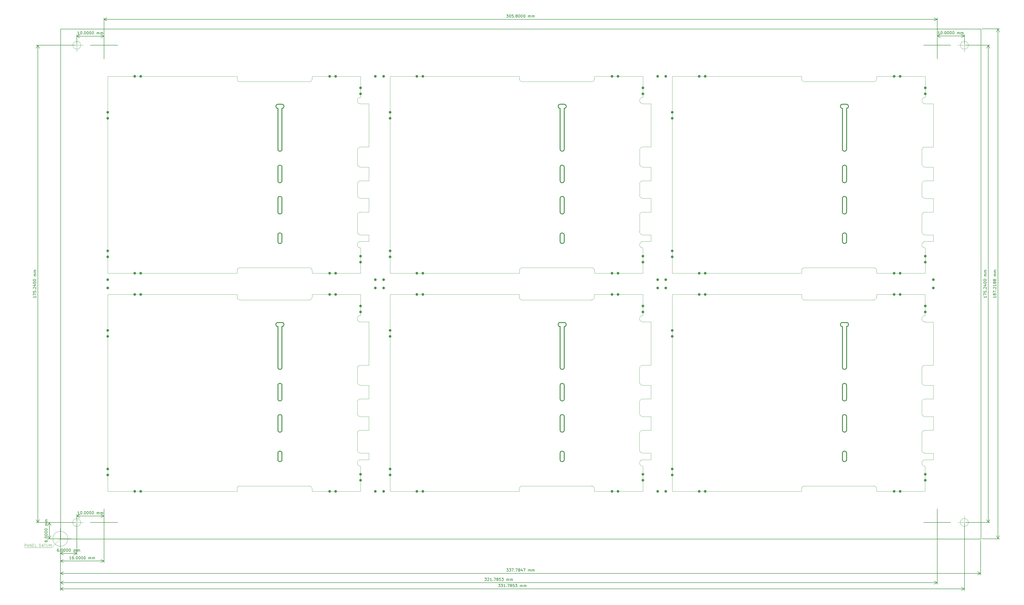
<source format=gbr>
%TF.GenerationSoftware,KiCad,Pcbnew,7.0.5*%
%TF.CreationDate,2023-07-10T09:45:37+01:00*%
%TF.ProjectId,PANELTEST141,50414e45-4c54-4455-9354-3134312e6b69,00.00*%
%TF.SameCoordinates,PX27b9fb5PYc4a79ca*%
%TF.FileFunction,OtherDrawing,Comment*%
%FSLAX46Y46*%
G04 Gerber Fmt 4.6, Leading zero omitted, Abs format (unit mm)*
G04 Created by KiCad (PCBNEW 7.0.5) date 2023-07-10 09:45:37*
%MOMM*%
%LPD*%
G01*
G04 APERTURE LIST*
%ADD10C,0.100000*%
%ADD11C,0.150000*%
%ADD12C,0.300000*%
%ADD13C,0.200000*%
%ADD14C,1.000000*%
G04 APERTURE END LIST*
D10*
X168479871Y168835104D02*
X168479871Y168835104D01*
G75*
G03*
X169479871Y167835104I999984J30D01*
G01*
X185189871Y167835104D01*
X194989871Y167835104D01*
G75*
G03*
X195989871Y168835104I-16J1000030D01*
G01*
X195989871Y169835104D01*
X213799871Y169835104D01*
X213799871Y162135104D01*
G75*
G03*
X213799871Y159735104I-16J-1199970D01*
G01*
X216799871Y159735104D01*
X216799871Y157365104D01*
X216799871Y143865104D01*
X213799871Y143865104D01*
G75*
G03*
X212579871Y142645104I-16J-1219970D01*
G01*
X212579871Y137685104D01*
G75*
G03*
X213799871Y136465104I1219984J30D01*
G01*
X216799871Y136465104D01*
X216799871Y131465104D01*
X213799871Y131465104D01*
G75*
G03*
X212579871Y130245104I-16J-1219970D01*
G01*
X212579871Y126205104D01*
G75*
G03*
X213799871Y124985104I1219984J30D01*
G01*
X216799871Y124985104D01*
X216799871Y119985104D01*
X213799871Y119985104D01*
G75*
G03*
X212579871Y118765104I-16J-1219970D01*
G01*
X212579871Y112785104D01*
G75*
G03*
X213799871Y111565104I1219984J30D01*
G01*
X216799871Y111565104D01*
X216799871Y109165104D01*
X213799871Y109165104D01*
G75*
G03*
X213799871Y106765104I-16J-1199970D01*
G01*
X213799871Y97515104D01*
X195989871Y97515104D01*
X195989871Y98515104D01*
G75*
G03*
X194989871Y99515104I-1000016J30D01*
G01*
X179279871Y99515104D01*
X169479871Y99515104D01*
G75*
G03*
X168479871Y98515104I-16J-999970D01*
G01*
X168479871Y97515104D01*
X120999871Y97515104D01*
X120999871Y169835104D01*
X168479871Y169835104D01*
X168479871Y168835104D01*
X272059871Y88695104D02*
X272059871Y88695104D01*
G75*
G03*
X273059871Y87695104I999984J30D01*
G01*
X288769871Y87695104D01*
X298569871Y87695104D01*
G75*
G03*
X299569871Y88695104I-16J1000030D01*
G01*
X299569871Y89695104D01*
X317379871Y89695104D01*
X317379871Y81995104D01*
G75*
G03*
X317379871Y79595104I-16J-1199970D01*
G01*
X320379871Y79595104D01*
X320379871Y77225104D01*
X320379871Y63725104D01*
X317379871Y63725104D01*
G75*
G03*
X316159871Y62505104I-16J-1219970D01*
G01*
X316159871Y57545104D01*
G75*
G03*
X317379871Y56325104I1219984J30D01*
G01*
X320379871Y56325104D01*
X320379871Y51325104D01*
X317379871Y51325104D01*
G75*
G03*
X316159871Y50105104I-16J-1219970D01*
G01*
X316159871Y46065104D01*
G75*
G03*
X317379871Y44845104I1219984J30D01*
G01*
X320379871Y44845104D01*
X320379871Y39845104D01*
X317379871Y39845104D01*
G75*
G03*
X316159871Y38625104I-16J-1219970D01*
G01*
X316159871Y32645104D01*
G75*
G03*
X317379871Y31425104I1219984J30D01*
G01*
X320379871Y31425104D01*
X320379871Y29025104D01*
X317379871Y29025104D01*
G75*
G03*
X317379871Y26625104I-16J-1199970D01*
G01*
X317379871Y17375104D01*
X299569871Y17375104D01*
X299569871Y18375104D01*
G75*
G03*
X298569871Y19375104I-1000016J30D01*
G01*
X282859871Y19375104D01*
X273059871Y19375104D01*
G75*
G03*
X272059871Y18375104I-16J-999970D01*
G01*
X272059871Y17375104D01*
X224579871Y17375104D01*
X224579871Y89695104D01*
X272059871Y89695104D01*
X272059871Y88695104D01*
X272079871Y168825104D02*
X272079871Y168825104D01*
G75*
G03*
X273079871Y167825104I999984J30D01*
G01*
X288789871Y167825104D01*
X298589871Y167825104D01*
G75*
G03*
X299589871Y168825104I-16J1000030D01*
G01*
X299589871Y169825104D01*
X317399871Y169825104D01*
X317399871Y162125104D01*
G75*
G03*
X317399871Y159725104I-16J-1199970D01*
G01*
X320399871Y159725104D01*
X320399871Y157355104D01*
X320399871Y143855104D01*
X317399871Y143855104D01*
G75*
G03*
X316179871Y142635104I-16J-1219970D01*
G01*
X316179871Y137675104D01*
G75*
G03*
X317399871Y136455104I1219984J30D01*
G01*
X320399871Y136455104D01*
X320399871Y131455104D01*
X317399871Y131455104D01*
G75*
G03*
X316179871Y130235104I-16J-1219970D01*
G01*
X316179871Y126195104D01*
G75*
G03*
X317399871Y124975104I1219984J30D01*
G01*
X320399871Y124975104D01*
X320399871Y119975104D01*
X317399871Y119975104D01*
G75*
G03*
X316179871Y118755104I-16J-1219970D01*
G01*
X316179871Y112775104D01*
G75*
G03*
X317399871Y111555104I1219984J30D01*
G01*
X320399871Y111555104D01*
X320399871Y109155104D01*
X317399871Y109155104D01*
G75*
G03*
X317399871Y106755104I-16J-1199970D01*
G01*
X317399871Y97505104D01*
X299589871Y97505104D01*
X299589871Y98505104D01*
G75*
G03*
X298589871Y99505104I-1000016J30D01*
G01*
X282879871Y99505104D01*
X273079871Y99505104D01*
G75*
G03*
X272079871Y98505104I-16J-999970D01*
G01*
X272079871Y97505104D01*
X224599871Y97505104D01*
X224599871Y169825104D01*
X272079871Y169825104D01*
X272079871Y168825104D01*
X64882134Y168835791D02*
X64882134Y168835791D01*
G75*
G03*
X65882134Y167835791I1000021J43D01*
G01*
X81592134Y167835791D01*
X91392134Y167835791D01*
G75*
G03*
X92392134Y168835791I21J1000043D01*
G01*
X92392134Y169835791D01*
X110202134Y169835791D01*
X110202134Y162135791D01*
G75*
G03*
X110202134Y159735791I21J-1199957D01*
G01*
X113202134Y159735791D01*
X113202134Y157365791D01*
X113202134Y143865791D01*
X110202134Y143865791D01*
G75*
G03*
X108982134Y142645791I21J-1219957D01*
G01*
X108982134Y137685791D01*
G75*
G03*
X110202134Y136465791I1220021J43D01*
G01*
X113202134Y136465791D01*
X113202134Y131465791D01*
X110202134Y131465791D01*
G75*
G03*
X108982134Y130245791I21J-1219957D01*
G01*
X108982134Y126205791D01*
G75*
G03*
X110202134Y124985791I1220021J43D01*
G01*
X113202134Y124985791D01*
X113202134Y119985791D01*
X110202134Y119985791D01*
G75*
G03*
X108982134Y118765791I21J-1219957D01*
G01*
X108982134Y112785791D01*
G75*
G03*
X110202134Y111565791I1220021J43D01*
G01*
X113202134Y111565791D01*
X113202134Y109165791D01*
X110202134Y109165791D01*
G75*
G03*
X110202134Y106765791I21J-1199957D01*
G01*
X110202134Y97515791D01*
X92392134Y97515791D01*
X92392134Y98515791D01*
G75*
G03*
X91392134Y99515791I-999979J43D01*
G01*
X75682134Y99515791D01*
X65882134Y99515791D01*
G75*
G03*
X64882134Y98515791I21J-999957D01*
G01*
X64882134Y97515791D01*
X17402134Y97515791D01*
X17402134Y169835791D01*
X64882134Y169835791D01*
X64882134Y168835791D01*
X64862134Y88705791D02*
X64862134Y88705791D01*
G75*
G03*
X65862134Y87705791I1000021J43D01*
G01*
X81572134Y87705791D01*
X91372134Y87705791D01*
G75*
G03*
X92372134Y88705791I21J1000043D01*
G01*
X92372134Y89705791D01*
X110182134Y89705791D01*
X110182134Y82005791D01*
G75*
G03*
X110182134Y79605791I21J-1199957D01*
G01*
X113182134Y79605791D01*
X113182134Y77235791D01*
X113182134Y63735791D01*
X110182134Y63735791D01*
G75*
G03*
X108962134Y62515791I21J-1219957D01*
G01*
X108962134Y57555791D01*
G75*
G03*
X110182134Y56335791I1220021J43D01*
G01*
X113182134Y56335791D01*
X113182134Y51335791D01*
X110182134Y51335791D01*
G75*
G03*
X108962134Y50115791I21J-1219957D01*
G01*
X108962134Y46075791D01*
G75*
G03*
X110182134Y44855791I1220021J43D01*
G01*
X113182134Y44855791D01*
X113182134Y39855791D01*
X110182134Y39855791D01*
G75*
G03*
X108962134Y38635791I21J-1219957D01*
G01*
X108962134Y32655791D01*
G75*
G03*
X110182134Y31435791I1220021J43D01*
G01*
X113182134Y31435791D01*
X113182134Y29035791D01*
X110182134Y29035791D01*
G75*
G03*
X110182134Y26635791I21J-1199957D01*
G01*
X110182134Y17385791D01*
X92372134Y17385791D01*
X92372134Y18385791D01*
G75*
G03*
X91372134Y19385791I-999979J43D01*
G01*
X75662134Y19385791D01*
X65862134Y19385791D01*
G75*
G03*
X64862134Y18385791I21J-999957D01*
G01*
X64862134Y17385791D01*
X17382134Y17385791D01*
X17382134Y89705791D01*
X64862134Y89705791D01*
X64862134Y88705791D01*
X168459871Y88705104D02*
X168459871Y88705104D01*
G75*
G03*
X169459871Y87705104I999984J30D01*
G01*
X185169871Y87705104D01*
X194969871Y87705104D01*
G75*
G03*
X195969871Y88705104I-16J1000030D01*
G01*
X195969871Y89705104D01*
X213779871Y89705104D01*
X213779871Y82005104D01*
G75*
G03*
X213779871Y79605104I-16J-1199970D01*
G01*
X216779871Y79605104D01*
X216779871Y77235104D01*
X216779871Y63735104D01*
X213779871Y63735104D01*
G75*
G03*
X212559871Y62515104I-16J-1219970D01*
G01*
X212559871Y57555104D01*
G75*
G03*
X213779871Y56335104I1219984J30D01*
G01*
X216779871Y56335104D01*
X216779871Y51335104D01*
X213779871Y51335104D01*
G75*
G03*
X212559871Y50115104I-16J-1219970D01*
G01*
X212559871Y46075104D01*
G75*
G03*
X213779871Y44855104I1219984J30D01*
G01*
X216779871Y44855104D01*
X216779871Y39855104D01*
X213779871Y39855104D01*
G75*
G03*
X212559871Y38635104I-16J-1219970D01*
G01*
X212559871Y32655104D01*
G75*
G03*
X213779871Y31435104I1219984J30D01*
G01*
X216779871Y31435104D01*
X216779871Y29035104D01*
X213779871Y29035104D01*
G75*
G03*
X213779871Y26635104I-16J-1199970D01*
G01*
X213779871Y17385104D01*
X195969871Y17385104D01*
X195969871Y18385104D01*
G75*
G03*
X194969871Y19385104I-1000016J30D01*
G01*
X179259871Y19385104D01*
X169459871Y19385104D01*
G75*
G03*
X168459871Y18385104I-16J-999970D01*
G01*
X168459871Y17385104D01*
X120979871Y17385104D01*
X120979871Y89705104D01*
X168459871Y89705104D01*
X168459871Y88705104D01*
X337869715Y187222247D02*
X337874028Y187211835D01*
X337884442Y187207521D01*
X337899087Y187172166D01*
X337899087Y-38381D01*
X337884442Y-73736D01*
X337874028Y-78049D01*
X337869715Y-88463D01*
X337834360Y-103108D01*
X63814Y-103108D01*
X28459Y-88463D01*
X24145Y-78049D01*
X13732Y-73736D01*
X-913Y-38381D01*
X-913Y187136892D01*
X99087Y187136892D01*
X99087Y-3108D01*
X337799087Y-3108D01*
X337799087Y187136892D01*
X99087Y187136892D01*
X-913Y187136892D01*
X-913Y187172166D01*
X13732Y187207521D01*
X24145Y187211835D01*
X28459Y187222247D01*
X63814Y187236892D01*
X337834360Y187236892D01*
X337869715Y187222247D01*
D11*
X322752252Y185310285D02*
X322180824Y185310285D01*
X322466538Y185310285D02*
X322466538Y186310285D01*
X322466538Y186310285D02*
X322371300Y186167428D01*
X322371300Y186167428D02*
X322276062Y186072190D01*
X322276062Y186072190D02*
X322180824Y186024571D01*
X323371300Y186310285D02*
X323466538Y186310285D01*
X323466538Y186310285D02*
X323561776Y186262666D01*
X323561776Y186262666D02*
X323609395Y186215047D01*
X323609395Y186215047D02*
X323657014Y186119809D01*
X323657014Y186119809D02*
X323704633Y185929333D01*
X323704633Y185929333D02*
X323704633Y185691238D01*
X323704633Y185691238D02*
X323657014Y185500762D01*
X323657014Y185500762D02*
X323609395Y185405524D01*
X323609395Y185405524D02*
X323561776Y185357904D01*
X323561776Y185357904D02*
X323466538Y185310285D01*
X323466538Y185310285D02*
X323371300Y185310285D01*
X323371300Y185310285D02*
X323276062Y185357904D01*
X323276062Y185357904D02*
X323228443Y185405524D01*
X323228443Y185405524D02*
X323180824Y185500762D01*
X323180824Y185500762D02*
X323133205Y185691238D01*
X323133205Y185691238D02*
X323133205Y185929333D01*
X323133205Y185929333D02*
X323180824Y186119809D01*
X323180824Y186119809D02*
X323228443Y186215047D01*
X323228443Y186215047D02*
X323276062Y186262666D01*
X323276062Y186262666D02*
X323371300Y186310285D01*
X324133205Y185405524D02*
X324180824Y185357904D01*
X324180824Y185357904D02*
X324133205Y185310285D01*
X324133205Y185310285D02*
X324085586Y185357904D01*
X324085586Y185357904D02*
X324133205Y185405524D01*
X324133205Y185405524D02*
X324133205Y185310285D01*
X324799871Y186310285D02*
X324895109Y186310285D01*
X324895109Y186310285D02*
X324990347Y186262666D01*
X324990347Y186262666D02*
X325037966Y186215047D01*
X325037966Y186215047D02*
X325085585Y186119809D01*
X325085585Y186119809D02*
X325133204Y185929333D01*
X325133204Y185929333D02*
X325133204Y185691238D01*
X325133204Y185691238D02*
X325085585Y185500762D01*
X325085585Y185500762D02*
X325037966Y185405524D01*
X325037966Y185405524D02*
X324990347Y185357904D01*
X324990347Y185357904D02*
X324895109Y185310285D01*
X324895109Y185310285D02*
X324799871Y185310285D01*
X324799871Y185310285D02*
X324704633Y185357904D01*
X324704633Y185357904D02*
X324657014Y185405524D01*
X324657014Y185405524D02*
X324609395Y185500762D01*
X324609395Y185500762D02*
X324561776Y185691238D01*
X324561776Y185691238D02*
X324561776Y185929333D01*
X324561776Y185929333D02*
X324609395Y186119809D01*
X324609395Y186119809D02*
X324657014Y186215047D01*
X324657014Y186215047D02*
X324704633Y186262666D01*
X324704633Y186262666D02*
X324799871Y186310285D01*
X325752252Y186310285D02*
X325847490Y186310285D01*
X325847490Y186310285D02*
X325942728Y186262666D01*
X325942728Y186262666D02*
X325990347Y186215047D01*
X325990347Y186215047D02*
X326037966Y186119809D01*
X326037966Y186119809D02*
X326085585Y185929333D01*
X326085585Y185929333D02*
X326085585Y185691238D01*
X326085585Y185691238D02*
X326037966Y185500762D01*
X326037966Y185500762D02*
X325990347Y185405524D01*
X325990347Y185405524D02*
X325942728Y185357904D01*
X325942728Y185357904D02*
X325847490Y185310285D01*
X325847490Y185310285D02*
X325752252Y185310285D01*
X325752252Y185310285D02*
X325657014Y185357904D01*
X325657014Y185357904D02*
X325609395Y185405524D01*
X325609395Y185405524D02*
X325561776Y185500762D01*
X325561776Y185500762D02*
X325514157Y185691238D01*
X325514157Y185691238D02*
X325514157Y185929333D01*
X325514157Y185929333D02*
X325561776Y186119809D01*
X325561776Y186119809D02*
X325609395Y186215047D01*
X325609395Y186215047D02*
X325657014Y186262666D01*
X325657014Y186262666D02*
X325752252Y186310285D01*
X326704633Y186310285D02*
X326799871Y186310285D01*
X326799871Y186310285D02*
X326895109Y186262666D01*
X326895109Y186262666D02*
X326942728Y186215047D01*
X326942728Y186215047D02*
X326990347Y186119809D01*
X326990347Y186119809D02*
X327037966Y185929333D01*
X327037966Y185929333D02*
X327037966Y185691238D01*
X327037966Y185691238D02*
X326990347Y185500762D01*
X326990347Y185500762D02*
X326942728Y185405524D01*
X326942728Y185405524D02*
X326895109Y185357904D01*
X326895109Y185357904D02*
X326799871Y185310285D01*
X326799871Y185310285D02*
X326704633Y185310285D01*
X326704633Y185310285D02*
X326609395Y185357904D01*
X326609395Y185357904D02*
X326561776Y185405524D01*
X326561776Y185405524D02*
X326514157Y185500762D01*
X326514157Y185500762D02*
X326466538Y185691238D01*
X326466538Y185691238D02*
X326466538Y185929333D01*
X326466538Y185929333D02*
X326514157Y186119809D01*
X326514157Y186119809D02*
X326561776Y186215047D01*
X326561776Y186215047D02*
X326609395Y186262666D01*
X326609395Y186262666D02*
X326704633Y186310285D01*
X327657014Y186310285D02*
X327752252Y186310285D01*
X327752252Y186310285D02*
X327847490Y186262666D01*
X327847490Y186262666D02*
X327895109Y186215047D01*
X327895109Y186215047D02*
X327942728Y186119809D01*
X327942728Y186119809D02*
X327990347Y185929333D01*
X327990347Y185929333D02*
X327990347Y185691238D01*
X327990347Y185691238D02*
X327942728Y185500762D01*
X327942728Y185500762D02*
X327895109Y185405524D01*
X327895109Y185405524D02*
X327847490Y185357904D01*
X327847490Y185357904D02*
X327752252Y185310285D01*
X327752252Y185310285D02*
X327657014Y185310285D01*
X327657014Y185310285D02*
X327561776Y185357904D01*
X327561776Y185357904D02*
X327514157Y185405524D01*
X327514157Y185405524D02*
X327466538Y185500762D01*
X327466538Y185500762D02*
X327418919Y185691238D01*
X327418919Y185691238D02*
X327418919Y185929333D01*
X327418919Y185929333D02*
X327466538Y186119809D01*
X327466538Y186119809D02*
X327514157Y186215047D01*
X327514157Y186215047D02*
X327561776Y186262666D01*
X327561776Y186262666D02*
X327657014Y186310285D01*
X329180824Y185310285D02*
X329180824Y185976952D01*
X329180824Y185881714D02*
X329228443Y185929333D01*
X329228443Y185929333D02*
X329323681Y185976952D01*
X329323681Y185976952D02*
X329466538Y185976952D01*
X329466538Y185976952D02*
X329561776Y185929333D01*
X329561776Y185929333D02*
X329609395Y185834095D01*
X329609395Y185834095D02*
X329609395Y185310285D01*
X329609395Y185834095D02*
X329657014Y185929333D01*
X329657014Y185929333D02*
X329752252Y185976952D01*
X329752252Y185976952D02*
X329895109Y185976952D01*
X329895109Y185976952D02*
X329990348Y185929333D01*
X329990348Y185929333D02*
X330037967Y185834095D01*
X330037967Y185834095D02*
X330037967Y185310285D01*
X330514157Y185310285D02*
X330514157Y185976952D01*
X330514157Y185881714D02*
X330561776Y185929333D01*
X330561776Y185929333D02*
X330657014Y185976952D01*
X330657014Y185976952D02*
X330799871Y185976952D01*
X330799871Y185976952D02*
X330895109Y185929333D01*
X330895109Y185929333D02*
X330942728Y185834095D01*
X330942728Y185834095D02*
X330942728Y185310285D01*
X330942728Y185834095D02*
X330990347Y185929333D01*
X330990347Y185929333D02*
X331085585Y185976952D01*
X331085585Y185976952D02*
X331228442Y185976952D01*
X331228442Y185976952D02*
X331323681Y185929333D01*
X331323681Y185929333D02*
X331371300Y185834095D01*
X331371300Y185834095D02*
X331371300Y185310285D01*
X321799871Y181730377D02*
X321799871Y185201524D01*
X331799871Y181730377D02*
X331799871Y185201524D01*
X321799871Y184615104D02*
X331799871Y184615104D01*
X321799871Y184615104D02*
X331799871Y184615104D01*
X321799871Y184615104D02*
X322926375Y185201525D01*
X321799871Y184615104D02*
X322926375Y184028683D01*
X331799871Y184615104D02*
X330673367Y184028683D01*
X331799871Y184615104D02*
X330673367Y185201525D01*
X6952252Y185270285D02*
X6380824Y185270285D01*
X6666538Y185270285D02*
X6666538Y186270285D01*
X6666538Y186270285D02*
X6571300Y186127428D01*
X6571300Y186127428D02*
X6476062Y186032190D01*
X6476062Y186032190D02*
X6380824Y185984571D01*
X7571300Y186270285D02*
X7666538Y186270285D01*
X7666538Y186270285D02*
X7761776Y186222666D01*
X7761776Y186222666D02*
X7809395Y186175047D01*
X7809395Y186175047D02*
X7857014Y186079809D01*
X7857014Y186079809D02*
X7904633Y185889333D01*
X7904633Y185889333D02*
X7904633Y185651238D01*
X7904633Y185651238D02*
X7857014Y185460762D01*
X7857014Y185460762D02*
X7809395Y185365524D01*
X7809395Y185365524D02*
X7761776Y185317904D01*
X7761776Y185317904D02*
X7666538Y185270285D01*
X7666538Y185270285D02*
X7571300Y185270285D01*
X7571300Y185270285D02*
X7476062Y185317904D01*
X7476062Y185317904D02*
X7428443Y185365524D01*
X7428443Y185365524D02*
X7380824Y185460762D01*
X7380824Y185460762D02*
X7333205Y185651238D01*
X7333205Y185651238D02*
X7333205Y185889333D01*
X7333205Y185889333D02*
X7380824Y186079809D01*
X7380824Y186079809D02*
X7428443Y186175047D01*
X7428443Y186175047D02*
X7476062Y186222666D01*
X7476062Y186222666D02*
X7571300Y186270285D01*
X8333205Y185365524D02*
X8380824Y185317904D01*
X8380824Y185317904D02*
X8333205Y185270285D01*
X8333205Y185270285D02*
X8285586Y185317904D01*
X8285586Y185317904D02*
X8333205Y185365524D01*
X8333205Y185365524D02*
X8333205Y185270285D01*
X8999871Y186270285D02*
X9095109Y186270285D01*
X9095109Y186270285D02*
X9190347Y186222666D01*
X9190347Y186222666D02*
X9237966Y186175047D01*
X9237966Y186175047D02*
X9285585Y186079809D01*
X9285585Y186079809D02*
X9333204Y185889333D01*
X9333204Y185889333D02*
X9333204Y185651238D01*
X9333204Y185651238D02*
X9285585Y185460762D01*
X9285585Y185460762D02*
X9237966Y185365524D01*
X9237966Y185365524D02*
X9190347Y185317904D01*
X9190347Y185317904D02*
X9095109Y185270285D01*
X9095109Y185270285D02*
X8999871Y185270285D01*
X8999871Y185270285D02*
X8904633Y185317904D01*
X8904633Y185317904D02*
X8857014Y185365524D01*
X8857014Y185365524D02*
X8809395Y185460762D01*
X8809395Y185460762D02*
X8761776Y185651238D01*
X8761776Y185651238D02*
X8761776Y185889333D01*
X8761776Y185889333D02*
X8809395Y186079809D01*
X8809395Y186079809D02*
X8857014Y186175047D01*
X8857014Y186175047D02*
X8904633Y186222666D01*
X8904633Y186222666D02*
X8999871Y186270285D01*
X9952252Y186270285D02*
X10047490Y186270285D01*
X10047490Y186270285D02*
X10142728Y186222666D01*
X10142728Y186222666D02*
X10190347Y186175047D01*
X10190347Y186175047D02*
X10237966Y186079809D01*
X10237966Y186079809D02*
X10285585Y185889333D01*
X10285585Y185889333D02*
X10285585Y185651238D01*
X10285585Y185651238D02*
X10237966Y185460762D01*
X10237966Y185460762D02*
X10190347Y185365524D01*
X10190347Y185365524D02*
X10142728Y185317904D01*
X10142728Y185317904D02*
X10047490Y185270285D01*
X10047490Y185270285D02*
X9952252Y185270285D01*
X9952252Y185270285D02*
X9857014Y185317904D01*
X9857014Y185317904D02*
X9809395Y185365524D01*
X9809395Y185365524D02*
X9761776Y185460762D01*
X9761776Y185460762D02*
X9714157Y185651238D01*
X9714157Y185651238D02*
X9714157Y185889333D01*
X9714157Y185889333D02*
X9761776Y186079809D01*
X9761776Y186079809D02*
X9809395Y186175047D01*
X9809395Y186175047D02*
X9857014Y186222666D01*
X9857014Y186222666D02*
X9952252Y186270285D01*
X10904633Y186270285D02*
X10999871Y186270285D01*
X10999871Y186270285D02*
X11095109Y186222666D01*
X11095109Y186222666D02*
X11142728Y186175047D01*
X11142728Y186175047D02*
X11190347Y186079809D01*
X11190347Y186079809D02*
X11237966Y185889333D01*
X11237966Y185889333D02*
X11237966Y185651238D01*
X11237966Y185651238D02*
X11190347Y185460762D01*
X11190347Y185460762D02*
X11142728Y185365524D01*
X11142728Y185365524D02*
X11095109Y185317904D01*
X11095109Y185317904D02*
X10999871Y185270285D01*
X10999871Y185270285D02*
X10904633Y185270285D01*
X10904633Y185270285D02*
X10809395Y185317904D01*
X10809395Y185317904D02*
X10761776Y185365524D01*
X10761776Y185365524D02*
X10714157Y185460762D01*
X10714157Y185460762D02*
X10666538Y185651238D01*
X10666538Y185651238D02*
X10666538Y185889333D01*
X10666538Y185889333D02*
X10714157Y186079809D01*
X10714157Y186079809D02*
X10761776Y186175047D01*
X10761776Y186175047D02*
X10809395Y186222666D01*
X10809395Y186222666D02*
X10904633Y186270285D01*
X11857014Y186270285D02*
X11952252Y186270285D01*
X11952252Y186270285D02*
X12047490Y186222666D01*
X12047490Y186222666D02*
X12095109Y186175047D01*
X12095109Y186175047D02*
X12142728Y186079809D01*
X12142728Y186079809D02*
X12190347Y185889333D01*
X12190347Y185889333D02*
X12190347Y185651238D01*
X12190347Y185651238D02*
X12142728Y185460762D01*
X12142728Y185460762D02*
X12095109Y185365524D01*
X12095109Y185365524D02*
X12047490Y185317904D01*
X12047490Y185317904D02*
X11952252Y185270285D01*
X11952252Y185270285D02*
X11857014Y185270285D01*
X11857014Y185270285D02*
X11761776Y185317904D01*
X11761776Y185317904D02*
X11714157Y185365524D01*
X11714157Y185365524D02*
X11666538Y185460762D01*
X11666538Y185460762D02*
X11618919Y185651238D01*
X11618919Y185651238D02*
X11618919Y185889333D01*
X11618919Y185889333D02*
X11666538Y186079809D01*
X11666538Y186079809D02*
X11714157Y186175047D01*
X11714157Y186175047D02*
X11761776Y186222666D01*
X11761776Y186222666D02*
X11857014Y186270285D01*
X13380824Y185270285D02*
X13380824Y185936952D01*
X13380824Y185841714D02*
X13428443Y185889333D01*
X13428443Y185889333D02*
X13523681Y185936952D01*
X13523681Y185936952D02*
X13666538Y185936952D01*
X13666538Y185936952D02*
X13761776Y185889333D01*
X13761776Y185889333D02*
X13809395Y185794095D01*
X13809395Y185794095D02*
X13809395Y185270285D01*
X13809395Y185794095D02*
X13857014Y185889333D01*
X13857014Y185889333D02*
X13952252Y185936952D01*
X13952252Y185936952D02*
X14095109Y185936952D01*
X14095109Y185936952D02*
X14190348Y185889333D01*
X14190348Y185889333D02*
X14237967Y185794095D01*
X14237967Y185794095D02*
X14237967Y185270285D01*
X14714157Y185270285D02*
X14714157Y185936952D01*
X14714157Y185841714D02*
X14761776Y185889333D01*
X14761776Y185889333D02*
X14857014Y185936952D01*
X14857014Y185936952D02*
X14999871Y185936952D01*
X14999871Y185936952D02*
X15095109Y185889333D01*
X15095109Y185889333D02*
X15142728Y185794095D01*
X15142728Y185794095D02*
X15142728Y185270285D01*
X15142728Y185794095D02*
X15190347Y185889333D01*
X15190347Y185889333D02*
X15285585Y185936952D01*
X15285585Y185936952D02*
X15428442Y185936952D01*
X15428442Y185936952D02*
X15523681Y185889333D01*
X15523681Y185889333D02*
X15571300Y185794095D01*
X15571300Y185794095D02*
X15571300Y185270285D01*
X15999871Y181730377D02*
X15999871Y185161524D01*
X5999871Y181730377D02*
X5999871Y185161524D01*
X15999871Y184575104D02*
X5999871Y184575104D01*
X15999871Y184575104D02*
X5999871Y184575104D01*
X15999871Y184575104D02*
X14873367Y183988683D01*
X15999871Y184575104D02*
X14873367Y185161525D01*
X5999871Y184575104D02*
X7126375Y185161525D01*
X5999871Y184575104D02*
X7126375Y183988683D01*
X343404690Y89082462D02*
X343404690Y88511034D01*
X343404690Y88796748D02*
X342404690Y88796748D01*
X342404690Y88796748D02*
X342547547Y88701510D01*
X342547547Y88701510D02*
X342642785Y88606272D01*
X342642785Y88606272D02*
X342690404Y88511034D01*
X342833261Y89653891D02*
X342785642Y89558653D01*
X342785642Y89558653D02*
X342738023Y89511034D01*
X342738023Y89511034D02*
X342642785Y89463415D01*
X342642785Y89463415D02*
X342595166Y89463415D01*
X342595166Y89463415D02*
X342499928Y89511034D01*
X342499928Y89511034D02*
X342452309Y89558653D01*
X342452309Y89558653D02*
X342404690Y89653891D01*
X342404690Y89653891D02*
X342404690Y89844367D01*
X342404690Y89844367D02*
X342452309Y89939605D01*
X342452309Y89939605D02*
X342499928Y89987224D01*
X342499928Y89987224D02*
X342595166Y90034843D01*
X342595166Y90034843D02*
X342642785Y90034843D01*
X342642785Y90034843D02*
X342738023Y89987224D01*
X342738023Y89987224D02*
X342785642Y89939605D01*
X342785642Y89939605D02*
X342833261Y89844367D01*
X342833261Y89844367D02*
X342833261Y89653891D01*
X342833261Y89653891D02*
X342880880Y89558653D01*
X342880880Y89558653D02*
X342928499Y89511034D01*
X342928499Y89511034D02*
X343023737Y89463415D01*
X343023737Y89463415D02*
X343214213Y89463415D01*
X343214213Y89463415D02*
X343309451Y89511034D01*
X343309451Y89511034D02*
X343357071Y89558653D01*
X343357071Y89558653D02*
X343404690Y89653891D01*
X343404690Y89653891D02*
X343404690Y89844367D01*
X343404690Y89844367D02*
X343357071Y89939605D01*
X343357071Y89939605D02*
X343309451Y89987224D01*
X343309451Y89987224D02*
X343214213Y90034843D01*
X343214213Y90034843D02*
X343023737Y90034843D01*
X343023737Y90034843D02*
X342928499Y89987224D01*
X342928499Y89987224D02*
X342880880Y89939605D01*
X342880880Y89939605D02*
X342833261Y89844367D01*
X342404690Y90368177D02*
X342404690Y91034843D01*
X342404690Y91034843D02*
X343404690Y90606272D01*
X343309451Y91415796D02*
X343357071Y91463415D01*
X343357071Y91463415D02*
X343404690Y91415796D01*
X343404690Y91415796D02*
X343357071Y91368177D01*
X343357071Y91368177D02*
X343309451Y91415796D01*
X343309451Y91415796D02*
X343404690Y91415796D01*
X342499928Y91844367D02*
X342452309Y91891986D01*
X342452309Y91891986D02*
X342404690Y91987224D01*
X342404690Y91987224D02*
X342404690Y92225319D01*
X342404690Y92225319D02*
X342452309Y92320557D01*
X342452309Y92320557D02*
X342499928Y92368176D01*
X342499928Y92368176D02*
X342595166Y92415795D01*
X342595166Y92415795D02*
X342690404Y92415795D01*
X342690404Y92415795D02*
X342833261Y92368176D01*
X342833261Y92368176D02*
X343404690Y91796748D01*
X343404690Y91796748D02*
X343404690Y92415795D01*
X343404690Y93368176D02*
X343404690Y92796748D01*
X343404690Y93082462D02*
X342404690Y93082462D01*
X342404690Y93082462D02*
X342547547Y92987224D01*
X342547547Y92987224D02*
X342642785Y92891986D01*
X342642785Y92891986D02*
X342690404Y92796748D01*
X342833261Y93939605D02*
X342785642Y93844367D01*
X342785642Y93844367D02*
X342738023Y93796748D01*
X342738023Y93796748D02*
X342642785Y93749129D01*
X342642785Y93749129D02*
X342595166Y93749129D01*
X342595166Y93749129D02*
X342499928Y93796748D01*
X342499928Y93796748D02*
X342452309Y93844367D01*
X342452309Y93844367D02*
X342404690Y93939605D01*
X342404690Y93939605D02*
X342404690Y94130081D01*
X342404690Y94130081D02*
X342452309Y94225319D01*
X342452309Y94225319D02*
X342499928Y94272938D01*
X342499928Y94272938D02*
X342595166Y94320557D01*
X342595166Y94320557D02*
X342642785Y94320557D01*
X342642785Y94320557D02*
X342738023Y94272938D01*
X342738023Y94272938D02*
X342785642Y94225319D01*
X342785642Y94225319D02*
X342833261Y94130081D01*
X342833261Y94130081D02*
X342833261Y93939605D01*
X342833261Y93939605D02*
X342880880Y93844367D01*
X342880880Y93844367D02*
X342928499Y93796748D01*
X342928499Y93796748D02*
X343023737Y93749129D01*
X343023737Y93749129D02*
X343214213Y93749129D01*
X343214213Y93749129D02*
X343309451Y93796748D01*
X343309451Y93796748D02*
X343357071Y93844367D01*
X343357071Y93844367D02*
X343404690Y93939605D01*
X343404690Y93939605D02*
X343404690Y94130081D01*
X343404690Y94130081D02*
X343357071Y94225319D01*
X343357071Y94225319D02*
X343309451Y94272938D01*
X343309451Y94272938D02*
X343214213Y94320557D01*
X343214213Y94320557D02*
X343023737Y94320557D01*
X343023737Y94320557D02*
X342928499Y94272938D01*
X342928499Y94272938D02*
X342880880Y94225319D01*
X342880880Y94225319D02*
X342833261Y94130081D01*
X342833261Y94891986D02*
X342785642Y94796748D01*
X342785642Y94796748D02*
X342738023Y94749129D01*
X342738023Y94749129D02*
X342642785Y94701510D01*
X342642785Y94701510D02*
X342595166Y94701510D01*
X342595166Y94701510D02*
X342499928Y94749129D01*
X342499928Y94749129D02*
X342452309Y94796748D01*
X342452309Y94796748D02*
X342404690Y94891986D01*
X342404690Y94891986D02*
X342404690Y95082462D01*
X342404690Y95082462D02*
X342452309Y95177700D01*
X342452309Y95177700D02*
X342499928Y95225319D01*
X342499928Y95225319D02*
X342595166Y95272938D01*
X342595166Y95272938D02*
X342642785Y95272938D01*
X342642785Y95272938D02*
X342738023Y95225319D01*
X342738023Y95225319D02*
X342785642Y95177700D01*
X342785642Y95177700D02*
X342833261Y95082462D01*
X342833261Y95082462D02*
X342833261Y94891986D01*
X342833261Y94891986D02*
X342880880Y94796748D01*
X342880880Y94796748D02*
X342928499Y94749129D01*
X342928499Y94749129D02*
X343023737Y94701510D01*
X343023737Y94701510D02*
X343214213Y94701510D01*
X343214213Y94701510D02*
X343309451Y94749129D01*
X343309451Y94749129D02*
X343357071Y94796748D01*
X343357071Y94796748D02*
X343404690Y94891986D01*
X343404690Y94891986D02*
X343404690Y95082462D01*
X343404690Y95082462D02*
X343357071Y95177700D01*
X343357071Y95177700D02*
X343309451Y95225319D01*
X343309451Y95225319D02*
X343214213Y95272938D01*
X343214213Y95272938D02*
X343023737Y95272938D01*
X343023737Y95272938D02*
X342928499Y95225319D01*
X342928499Y95225319D02*
X342880880Y95177700D01*
X342880880Y95177700D02*
X342833261Y95082462D01*
X343404690Y96463415D02*
X342738023Y96463415D01*
X342833261Y96463415D02*
X342785642Y96511034D01*
X342785642Y96511034D02*
X342738023Y96606272D01*
X342738023Y96606272D02*
X342738023Y96749129D01*
X342738023Y96749129D02*
X342785642Y96844367D01*
X342785642Y96844367D02*
X342880880Y96891986D01*
X342880880Y96891986D02*
X343404690Y96891986D01*
X342880880Y96891986D02*
X342785642Y96939605D01*
X342785642Y96939605D02*
X342738023Y97034843D01*
X342738023Y97034843D02*
X342738023Y97177700D01*
X342738023Y97177700D02*
X342785642Y97272939D01*
X342785642Y97272939D02*
X342880880Y97320558D01*
X342880880Y97320558D02*
X343404690Y97320558D01*
X343404690Y97796748D02*
X342738023Y97796748D01*
X342833261Y97796748D02*
X342785642Y97844367D01*
X342785642Y97844367D02*
X342738023Y97939605D01*
X342738023Y97939605D02*
X342738023Y98082462D01*
X342738023Y98082462D02*
X342785642Y98177700D01*
X342785642Y98177700D02*
X342880880Y98225319D01*
X342880880Y98225319D02*
X343404690Y98225319D01*
X342880880Y98225319D02*
X342785642Y98272938D01*
X342785642Y98272938D02*
X342738023Y98368176D01*
X342738023Y98368176D02*
X342738023Y98511033D01*
X342738023Y98511033D02*
X342785642Y98606272D01*
X342785642Y98606272D02*
X342880880Y98653891D01*
X342880880Y98653891D02*
X343404690Y98653891D01*
X338299871Y187215650D02*
X344686291Y187215650D01*
X344686291Y-3108D02*
X338299087Y-3108D01*
X344099871Y187215650D02*
X344099871Y-3108D01*
X344099871Y187215650D02*
X344099871Y-3108D01*
X344099871Y187215650D02*
X344686292Y186089146D01*
X344099871Y187215650D02*
X343513450Y186089146D01*
X344099871Y-3108D02*
X343513450Y1123396D01*
X344099871Y-3108D02*
X344686292Y1123396D01*
X3952252Y-7499715D02*
X3380824Y-7499715D01*
X3666538Y-7499715D02*
X3666538Y-6499715D01*
X3666538Y-6499715D02*
X3571300Y-6642572D01*
X3571300Y-6642572D02*
X3476062Y-6737810D01*
X3476062Y-6737810D02*
X3380824Y-6785429D01*
X4809395Y-6499715D02*
X4618919Y-6499715D01*
X4618919Y-6499715D02*
X4523681Y-6547334D01*
X4523681Y-6547334D02*
X4476062Y-6594953D01*
X4476062Y-6594953D02*
X4380824Y-6737810D01*
X4380824Y-6737810D02*
X4333205Y-6928286D01*
X4333205Y-6928286D02*
X4333205Y-7309238D01*
X4333205Y-7309238D02*
X4380824Y-7404476D01*
X4380824Y-7404476D02*
X4428443Y-7452096D01*
X4428443Y-7452096D02*
X4523681Y-7499715D01*
X4523681Y-7499715D02*
X4714157Y-7499715D01*
X4714157Y-7499715D02*
X4809395Y-7452096D01*
X4809395Y-7452096D02*
X4857014Y-7404476D01*
X4857014Y-7404476D02*
X4904633Y-7309238D01*
X4904633Y-7309238D02*
X4904633Y-7071143D01*
X4904633Y-7071143D02*
X4857014Y-6975905D01*
X4857014Y-6975905D02*
X4809395Y-6928286D01*
X4809395Y-6928286D02*
X4714157Y-6880667D01*
X4714157Y-6880667D02*
X4523681Y-6880667D01*
X4523681Y-6880667D02*
X4428443Y-6928286D01*
X4428443Y-6928286D02*
X4380824Y-6975905D01*
X4380824Y-6975905D02*
X4333205Y-7071143D01*
X5333205Y-7404476D02*
X5380824Y-7452096D01*
X5380824Y-7452096D02*
X5333205Y-7499715D01*
X5333205Y-7499715D02*
X5285586Y-7452096D01*
X5285586Y-7452096D02*
X5333205Y-7404476D01*
X5333205Y-7404476D02*
X5333205Y-7499715D01*
X5999871Y-6499715D02*
X6095109Y-6499715D01*
X6095109Y-6499715D02*
X6190347Y-6547334D01*
X6190347Y-6547334D02*
X6237966Y-6594953D01*
X6237966Y-6594953D02*
X6285585Y-6690191D01*
X6285585Y-6690191D02*
X6333204Y-6880667D01*
X6333204Y-6880667D02*
X6333204Y-7118762D01*
X6333204Y-7118762D02*
X6285585Y-7309238D01*
X6285585Y-7309238D02*
X6237966Y-7404476D01*
X6237966Y-7404476D02*
X6190347Y-7452096D01*
X6190347Y-7452096D02*
X6095109Y-7499715D01*
X6095109Y-7499715D02*
X5999871Y-7499715D01*
X5999871Y-7499715D02*
X5904633Y-7452096D01*
X5904633Y-7452096D02*
X5857014Y-7404476D01*
X5857014Y-7404476D02*
X5809395Y-7309238D01*
X5809395Y-7309238D02*
X5761776Y-7118762D01*
X5761776Y-7118762D02*
X5761776Y-6880667D01*
X5761776Y-6880667D02*
X5809395Y-6690191D01*
X5809395Y-6690191D02*
X5857014Y-6594953D01*
X5857014Y-6594953D02*
X5904633Y-6547334D01*
X5904633Y-6547334D02*
X5999871Y-6499715D01*
X6952252Y-6499715D02*
X7047490Y-6499715D01*
X7047490Y-6499715D02*
X7142728Y-6547334D01*
X7142728Y-6547334D02*
X7190347Y-6594953D01*
X7190347Y-6594953D02*
X7237966Y-6690191D01*
X7237966Y-6690191D02*
X7285585Y-6880667D01*
X7285585Y-6880667D02*
X7285585Y-7118762D01*
X7285585Y-7118762D02*
X7237966Y-7309238D01*
X7237966Y-7309238D02*
X7190347Y-7404476D01*
X7190347Y-7404476D02*
X7142728Y-7452096D01*
X7142728Y-7452096D02*
X7047490Y-7499715D01*
X7047490Y-7499715D02*
X6952252Y-7499715D01*
X6952252Y-7499715D02*
X6857014Y-7452096D01*
X6857014Y-7452096D02*
X6809395Y-7404476D01*
X6809395Y-7404476D02*
X6761776Y-7309238D01*
X6761776Y-7309238D02*
X6714157Y-7118762D01*
X6714157Y-7118762D02*
X6714157Y-6880667D01*
X6714157Y-6880667D02*
X6761776Y-6690191D01*
X6761776Y-6690191D02*
X6809395Y-6594953D01*
X6809395Y-6594953D02*
X6857014Y-6547334D01*
X6857014Y-6547334D02*
X6952252Y-6499715D01*
X7904633Y-6499715D02*
X7999871Y-6499715D01*
X7999871Y-6499715D02*
X8095109Y-6547334D01*
X8095109Y-6547334D02*
X8142728Y-6594953D01*
X8142728Y-6594953D02*
X8190347Y-6690191D01*
X8190347Y-6690191D02*
X8237966Y-6880667D01*
X8237966Y-6880667D02*
X8237966Y-7118762D01*
X8237966Y-7118762D02*
X8190347Y-7309238D01*
X8190347Y-7309238D02*
X8142728Y-7404476D01*
X8142728Y-7404476D02*
X8095109Y-7452096D01*
X8095109Y-7452096D02*
X7999871Y-7499715D01*
X7999871Y-7499715D02*
X7904633Y-7499715D01*
X7904633Y-7499715D02*
X7809395Y-7452096D01*
X7809395Y-7452096D02*
X7761776Y-7404476D01*
X7761776Y-7404476D02*
X7714157Y-7309238D01*
X7714157Y-7309238D02*
X7666538Y-7118762D01*
X7666538Y-7118762D02*
X7666538Y-6880667D01*
X7666538Y-6880667D02*
X7714157Y-6690191D01*
X7714157Y-6690191D02*
X7761776Y-6594953D01*
X7761776Y-6594953D02*
X7809395Y-6547334D01*
X7809395Y-6547334D02*
X7904633Y-6499715D01*
X8857014Y-6499715D02*
X8952252Y-6499715D01*
X8952252Y-6499715D02*
X9047490Y-6547334D01*
X9047490Y-6547334D02*
X9095109Y-6594953D01*
X9095109Y-6594953D02*
X9142728Y-6690191D01*
X9142728Y-6690191D02*
X9190347Y-6880667D01*
X9190347Y-6880667D02*
X9190347Y-7118762D01*
X9190347Y-7118762D02*
X9142728Y-7309238D01*
X9142728Y-7309238D02*
X9095109Y-7404476D01*
X9095109Y-7404476D02*
X9047490Y-7452096D01*
X9047490Y-7452096D02*
X8952252Y-7499715D01*
X8952252Y-7499715D02*
X8857014Y-7499715D01*
X8857014Y-7499715D02*
X8761776Y-7452096D01*
X8761776Y-7452096D02*
X8714157Y-7404476D01*
X8714157Y-7404476D02*
X8666538Y-7309238D01*
X8666538Y-7309238D02*
X8618919Y-7118762D01*
X8618919Y-7118762D02*
X8618919Y-6880667D01*
X8618919Y-6880667D02*
X8666538Y-6690191D01*
X8666538Y-6690191D02*
X8714157Y-6594953D01*
X8714157Y-6594953D02*
X8761776Y-6547334D01*
X8761776Y-6547334D02*
X8857014Y-6499715D01*
X10380824Y-7499715D02*
X10380824Y-6833048D01*
X10380824Y-6928286D02*
X10428443Y-6880667D01*
X10428443Y-6880667D02*
X10523681Y-6833048D01*
X10523681Y-6833048D02*
X10666538Y-6833048D01*
X10666538Y-6833048D02*
X10761776Y-6880667D01*
X10761776Y-6880667D02*
X10809395Y-6975905D01*
X10809395Y-6975905D02*
X10809395Y-7499715D01*
X10809395Y-6975905D02*
X10857014Y-6880667D01*
X10857014Y-6880667D02*
X10952252Y-6833048D01*
X10952252Y-6833048D02*
X11095109Y-6833048D01*
X11095109Y-6833048D02*
X11190348Y-6880667D01*
X11190348Y-6880667D02*
X11237967Y-6975905D01*
X11237967Y-6975905D02*
X11237967Y-7499715D01*
X11714157Y-7499715D02*
X11714157Y-6833048D01*
X11714157Y-6928286D02*
X11761776Y-6880667D01*
X11761776Y-6880667D02*
X11857014Y-6833048D01*
X11857014Y-6833048D02*
X11999871Y-6833048D01*
X11999871Y-6833048D02*
X12095109Y-6880667D01*
X12095109Y-6880667D02*
X12142728Y-6975905D01*
X12142728Y-6975905D02*
X12142728Y-7499715D01*
X12142728Y-6975905D02*
X12190347Y-6880667D01*
X12190347Y-6880667D02*
X12285585Y-6833048D01*
X12285585Y-6833048D02*
X12428442Y-6833048D01*
X12428442Y-6833048D02*
X12523681Y-6880667D01*
X12523681Y-6880667D02*
X12571300Y-6975905D01*
X12571300Y-6975905D02*
X12571300Y-7499715D01*
X15999871Y5490377D02*
X15999871Y-8781316D01*
X-129Y-8781316D02*
X-129Y3485104D01*
X15999871Y-8194896D02*
X-129Y-8194896D01*
X15999871Y-8194896D02*
X-129Y-8194896D01*
X15999871Y-8194896D02*
X14873367Y-8781317D01*
X15999871Y-8194896D02*
X14873367Y-7608475D01*
X-129Y-8194896D02*
X1126375Y-7608475D01*
X-129Y-8194896D02*
X1126375Y-8781317D01*
X163757014Y192460285D02*
X164376061Y192460285D01*
X164376061Y192460285D02*
X164042728Y192079333D01*
X164042728Y192079333D02*
X164185585Y192079333D01*
X164185585Y192079333D02*
X164280823Y192031714D01*
X164280823Y192031714D02*
X164328442Y191984095D01*
X164328442Y191984095D02*
X164376061Y191888857D01*
X164376061Y191888857D02*
X164376061Y191650762D01*
X164376061Y191650762D02*
X164328442Y191555524D01*
X164328442Y191555524D02*
X164280823Y191507904D01*
X164280823Y191507904D02*
X164185585Y191460285D01*
X164185585Y191460285D02*
X163899871Y191460285D01*
X163899871Y191460285D02*
X163804633Y191507904D01*
X163804633Y191507904D02*
X163757014Y191555524D01*
X164995109Y192460285D02*
X165090347Y192460285D01*
X165090347Y192460285D02*
X165185585Y192412666D01*
X165185585Y192412666D02*
X165233204Y192365047D01*
X165233204Y192365047D02*
X165280823Y192269809D01*
X165280823Y192269809D02*
X165328442Y192079333D01*
X165328442Y192079333D02*
X165328442Y191841238D01*
X165328442Y191841238D02*
X165280823Y191650762D01*
X165280823Y191650762D02*
X165233204Y191555524D01*
X165233204Y191555524D02*
X165185585Y191507904D01*
X165185585Y191507904D02*
X165090347Y191460285D01*
X165090347Y191460285D02*
X164995109Y191460285D01*
X164995109Y191460285D02*
X164899871Y191507904D01*
X164899871Y191507904D02*
X164852252Y191555524D01*
X164852252Y191555524D02*
X164804633Y191650762D01*
X164804633Y191650762D02*
X164757014Y191841238D01*
X164757014Y191841238D02*
X164757014Y192079333D01*
X164757014Y192079333D02*
X164804633Y192269809D01*
X164804633Y192269809D02*
X164852252Y192365047D01*
X164852252Y192365047D02*
X164899871Y192412666D01*
X164899871Y192412666D02*
X164995109Y192460285D01*
X166233204Y192460285D02*
X165757014Y192460285D01*
X165757014Y192460285D02*
X165709395Y191984095D01*
X165709395Y191984095D02*
X165757014Y192031714D01*
X165757014Y192031714D02*
X165852252Y192079333D01*
X165852252Y192079333D02*
X166090347Y192079333D01*
X166090347Y192079333D02*
X166185585Y192031714D01*
X166185585Y192031714D02*
X166233204Y191984095D01*
X166233204Y191984095D02*
X166280823Y191888857D01*
X166280823Y191888857D02*
X166280823Y191650762D01*
X166280823Y191650762D02*
X166233204Y191555524D01*
X166233204Y191555524D02*
X166185585Y191507904D01*
X166185585Y191507904D02*
X166090347Y191460285D01*
X166090347Y191460285D02*
X165852252Y191460285D01*
X165852252Y191460285D02*
X165757014Y191507904D01*
X165757014Y191507904D02*
X165709395Y191555524D01*
X166709395Y191555524D02*
X166757014Y191507904D01*
X166757014Y191507904D02*
X166709395Y191460285D01*
X166709395Y191460285D02*
X166661776Y191507904D01*
X166661776Y191507904D02*
X166709395Y191555524D01*
X166709395Y191555524D02*
X166709395Y191460285D01*
X167328442Y192031714D02*
X167233204Y192079333D01*
X167233204Y192079333D02*
X167185585Y192126952D01*
X167185585Y192126952D02*
X167137966Y192222190D01*
X167137966Y192222190D02*
X167137966Y192269809D01*
X167137966Y192269809D02*
X167185585Y192365047D01*
X167185585Y192365047D02*
X167233204Y192412666D01*
X167233204Y192412666D02*
X167328442Y192460285D01*
X167328442Y192460285D02*
X167518918Y192460285D01*
X167518918Y192460285D02*
X167614156Y192412666D01*
X167614156Y192412666D02*
X167661775Y192365047D01*
X167661775Y192365047D02*
X167709394Y192269809D01*
X167709394Y192269809D02*
X167709394Y192222190D01*
X167709394Y192222190D02*
X167661775Y192126952D01*
X167661775Y192126952D02*
X167614156Y192079333D01*
X167614156Y192079333D02*
X167518918Y192031714D01*
X167518918Y192031714D02*
X167328442Y192031714D01*
X167328442Y192031714D02*
X167233204Y191984095D01*
X167233204Y191984095D02*
X167185585Y191936476D01*
X167185585Y191936476D02*
X167137966Y191841238D01*
X167137966Y191841238D02*
X167137966Y191650762D01*
X167137966Y191650762D02*
X167185585Y191555524D01*
X167185585Y191555524D02*
X167233204Y191507904D01*
X167233204Y191507904D02*
X167328442Y191460285D01*
X167328442Y191460285D02*
X167518918Y191460285D01*
X167518918Y191460285D02*
X167614156Y191507904D01*
X167614156Y191507904D02*
X167661775Y191555524D01*
X167661775Y191555524D02*
X167709394Y191650762D01*
X167709394Y191650762D02*
X167709394Y191841238D01*
X167709394Y191841238D02*
X167661775Y191936476D01*
X167661775Y191936476D02*
X167614156Y191984095D01*
X167614156Y191984095D02*
X167518918Y192031714D01*
X168328442Y192460285D02*
X168423680Y192460285D01*
X168423680Y192460285D02*
X168518918Y192412666D01*
X168518918Y192412666D02*
X168566537Y192365047D01*
X168566537Y192365047D02*
X168614156Y192269809D01*
X168614156Y192269809D02*
X168661775Y192079333D01*
X168661775Y192079333D02*
X168661775Y191841238D01*
X168661775Y191841238D02*
X168614156Y191650762D01*
X168614156Y191650762D02*
X168566537Y191555524D01*
X168566537Y191555524D02*
X168518918Y191507904D01*
X168518918Y191507904D02*
X168423680Y191460285D01*
X168423680Y191460285D02*
X168328442Y191460285D01*
X168328442Y191460285D02*
X168233204Y191507904D01*
X168233204Y191507904D02*
X168185585Y191555524D01*
X168185585Y191555524D02*
X168137966Y191650762D01*
X168137966Y191650762D02*
X168090347Y191841238D01*
X168090347Y191841238D02*
X168090347Y192079333D01*
X168090347Y192079333D02*
X168137966Y192269809D01*
X168137966Y192269809D02*
X168185585Y192365047D01*
X168185585Y192365047D02*
X168233204Y192412666D01*
X168233204Y192412666D02*
X168328442Y192460285D01*
X169280823Y192460285D02*
X169376061Y192460285D01*
X169376061Y192460285D02*
X169471299Y192412666D01*
X169471299Y192412666D02*
X169518918Y192365047D01*
X169518918Y192365047D02*
X169566537Y192269809D01*
X169566537Y192269809D02*
X169614156Y192079333D01*
X169614156Y192079333D02*
X169614156Y191841238D01*
X169614156Y191841238D02*
X169566537Y191650762D01*
X169566537Y191650762D02*
X169518918Y191555524D01*
X169518918Y191555524D02*
X169471299Y191507904D01*
X169471299Y191507904D02*
X169376061Y191460285D01*
X169376061Y191460285D02*
X169280823Y191460285D01*
X169280823Y191460285D02*
X169185585Y191507904D01*
X169185585Y191507904D02*
X169137966Y191555524D01*
X169137966Y191555524D02*
X169090347Y191650762D01*
X169090347Y191650762D02*
X169042728Y191841238D01*
X169042728Y191841238D02*
X169042728Y192079333D01*
X169042728Y192079333D02*
X169090347Y192269809D01*
X169090347Y192269809D02*
X169137966Y192365047D01*
X169137966Y192365047D02*
X169185585Y192412666D01*
X169185585Y192412666D02*
X169280823Y192460285D01*
X170233204Y192460285D02*
X170328442Y192460285D01*
X170328442Y192460285D02*
X170423680Y192412666D01*
X170423680Y192412666D02*
X170471299Y192365047D01*
X170471299Y192365047D02*
X170518918Y192269809D01*
X170518918Y192269809D02*
X170566537Y192079333D01*
X170566537Y192079333D02*
X170566537Y191841238D01*
X170566537Y191841238D02*
X170518918Y191650762D01*
X170518918Y191650762D02*
X170471299Y191555524D01*
X170471299Y191555524D02*
X170423680Y191507904D01*
X170423680Y191507904D02*
X170328442Y191460285D01*
X170328442Y191460285D02*
X170233204Y191460285D01*
X170233204Y191460285D02*
X170137966Y191507904D01*
X170137966Y191507904D02*
X170090347Y191555524D01*
X170090347Y191555524D02*
X170042728Y191650762D01*
X170042728Y191650762D02*
X169995109Y191841238D01*
X169995109Y191841238D02*
X169995109Y192079333D01*
X169995109Y192079333D02*
X170042728Y192269809D01*
X170042728Y192269809D02*
X170090347Y192365047D01*
X170090347Y192365047D02*
X170137966Y192412666D01*
X170137966Y192412666D02*
X170233204Y192460285D01*
X171757014Y191460285D02*
X171757014Y192126952D01*
X171757014Y192031714D02*
X171804633Y192079333D01*
X171804633Y192079333D02*
X171899871Y192126952D01*
X171899871Y192126952D02*
X172042728Y192126952D01*
X172042728Y192126952D02*
X172137966Y192079333D01*
X172137966Y192079333D02*
X172185585Y191984095D01*
X172185585Y191984095D02*
X172185585Y191460285D01*
X172185585Y191984095D02*
X172233204Y192079333D01*
X172233204Y192079333D02*
X172328442Y192126952D01*
X172328442Y192126952D02*
X172471299Y192126952D01*
X172471299Y192126952D02*
X172566538Y192079333D01*
X172566538Y192079333D02*
X172614157Y191984095D01*
X172614157Y191984095D02*
X172614157Y191460285D01*
X173090347Y191460285D02*
X173090347Y192126952D01*
X173090347Y192031714D02*
X173137966Y192079333D01*
X173137966Y192079333D02*
X173233204Y192126952D01*
X173233204Y192126952D02*
X173376061Y192126952D01*
X173376061Y192126952D02*
X173471299Y192079333D01*
X173471299Y192079333D02*
X173518918Y191984095D01*
X173518918Y191984095D02*
X173518918Y191460285D01*
X173518918Y191984095D02*
X173566537Y192079333D01*
X173566537Y192079333D02*
X173661775Y192126952D01*
X173661775Y192126952D02*
X173804632Y192126952D01*
X173804632Y192126952D02*
X173899871Y192079333D01*
X173899871Y192079333D02*
X173947490Y191984095D01*
X173947490Y191984095D02*
X173947490Y191460285D01*
X321799871Y181730377D02*
X321799871Y191351524D01*
X15999871Y191351524D02*
X15999871Y181730377D01*
X321799871Y190765104D02*
X15999871Y190765104D01*
X321799871Y190765104D02*
X15999871Y190765104D01*
X321799871Y190765104D02*
X320673367Y190178683D01*
X321799871Y190765104D02*
X320673367Y191351525D01*
X15999871Y190765104D02*
X17126375Y191351525D01*
X15999871Y190765104D02*
X17126375Y190178683D01*
X163764069Y-10989715D02*
X164383116Y-10989715D01*
X164383116Y-10989715D02*
X164049783Y-11370667D01*
X164049783Y-11370667D02*
X164192640Y-11370667D01*
X164192640Y-11370667D02*
X164287878Y-11418286D01*
X164287878Y-11418286D02*
X164335497Y-11465905D01*
X164335497Y-11465905D02*
X164383116Y-11561143D01*
X164383116Y-11561143D02*
X164383116Y-11799238D01*
X164383116Y-11799238D02*
X164335497Y-11894476D01*
X164335497Y-11894476D02*
X164287878Y-11942096D01*
X164287878Y-11942096D02*
X164192640Y-11989715D01*
X164192640Y-11989715D02*
X163906926Y-11989715D01*
X163906926Y-11989715D02*
X163811688Y-11942096D01*
X163811688Y-11942096D02*
X163764069Y-11894476D01*
X164716450Y-10989715D02*
X165335497Y-10989715D01*
X165335497Y-10989715D02*
X165002164Y-11370667D01*
X165002164Y-11370667D02*
X165145021Y-11370667D01*
X165145021Y-11370667D02*
X165240259Y-11418286D01*
X165240259Y-11418286D02*
X165287878Y-11465905D01*
X165287878Y-11465905D02*
X165335497Y-11561143D01*
X165335497Y-11561143D02*
X165335497Y-11799238D01*
X165335497Y-11799238D02*
X165287878Y-11894476D01*
X165287878Y-11894476D02*
X165240259Y-11942096D01*
X165240259Y-11942096D02*
X165145021Y-11989715D01*
X165145021Y-11989715D02*
X164859307Y-11989715D01*
X164859307Y-11989715D02*
X164764069Y-11942096D01*
X164764069Y-11942096D02*
X164716450Y-11894476D01*
X165668831Y-10989715D02*
X166335497Y-10989715D01*
X166335497Y-10989715D02*
X165906926Y-11989715D01*
X166716450Y-11894476D02*
X166764069Y-11942096D01*
X166764069Y-11942096D02*
X166716450Y-11989715D01*
X166716450Y-11989715D02*
X166668831Y-11942096D01*
X166668831Y-11942096D02*
X166716450Y-11894476D01*
X166716450Y-11894476D02*
X166716450Y-11989715D01*
X167097402Y-10989715D02*
X167764068Y-10989715D01*
X167764068Y-10989715D02*
X167335497Y-11989715D01*
X168287878Y-11418286D02*
X168192640Y-11370667D01*
X168192640Y-11370667D02*
X168145021Y-11323048D01*
X168145021Y-11323048D02*
X168097402Y-11227810D01*
X168097402Y-11227810D02*
X168097402Y-11180191D01*
X168097402Y-11180191D02*
X168145021Y-11084953D01*
X168145021Y-11084953D02*
X168192640Y-11037334D01*
X168192640Y-11037334D02*
X168287878Y-10989715D01*
X168287878Y-10989715D02*
X168478354Y-10989715D01*
X168478354Y-10989715D02*
X168573592Y-11037334D01*
X168573592Y-11037334D02*
X168621211Y-11084953D01*
X168621211Y-11084953D02*
X168668830Y-11180191D01*
X168668830Y-11180191D02*
X168668830Y-11227810D01*
X168668830Y-11227810D02*
X168621211Y-11323048D01*
X168621211Y-11323048D02*
X168573592Y-11370667D01*
X168573592Y-11370667D02*
X168478354Y-11418286D01*
X168478354Y-11418286D02*
X168287878Y-11418286D01*
X168287878Y-11418286D02*
X168192640Y-11465905D01*
X168192640Y-11465905D02*
X168145021Y-11513524D01*
X168145021Y-11513524D02*
X168097402Y-11608762D01*
X168097402Y-11608762D02*
X168097402Y-11799238D01*
X168097402Y-11799238D02*
X168145021Y-11894476D01*
X168145021Y-11894476D02*
X168192640Y-11942096D01*
X168192640Y-11942096D02*
X168287878Y-11989715D01*
X168287878Y-11989715D02*
X168478354Y-11989715D01*
X168478354Y-11989715D02*
X168573592Y-11942096D01*
X168573592Y-11942096D02*
X168621211Y-11894476D01*
X168621211Y-11894476D02*
X168668830Y-11799238D01*
X168668830Y-11799238D02*
X168668830Y-11608762D01*
X168668830Y-11608762D02*
X168621211Y-11513524D01*
X168621211Y-11513524D02*
X168573592Y-11465905D01*
X168573592Y-11465905D02*
X168478354Y-11418286D01*
X169525973Y-11323048D02*
X169525973Y-11989715D01*
X169287878Y-10942096D02*
X169049783Y-11656381D01*
X169049783Y-11656381D02*
X169668830Y-11656381D01*
X169954545Y-10989715D02*
X170621211Y-10989715D01*
X170621211Y-10989715D02*
X170192640Y-11989715D01*
X171764069Y-11989715D02*
X171764069Y-11323048D01*
X171764069Y-11418286D02*
X171811688Y-11370667D01*
X171811688Y-11370667D02*
X171906926Y-11323048D01*
X171906926Y-11323048D02*
X172049783Y-11323048D01*
X172049783Y-11323048D02*
X172145021Y-11370667D01*
X172145021Y-11370667D02*
X172192640Y-11465905D01*
X172192640Y-11465905D02*
X172192640Y-11989715D01*
X172192640Y-11465905D02*
X172240259Y-11370667D01*
X172240259Y-11370667D02*
X172335497Y-11323048D01*
X172335497Y-11323048D02*
X172478354Y-11323048D01*
X172478354Y-11323048D02*
X172573593Y-11370667D01*
X172573593Y-11370667D02*
X172621212Y-11465905D01*
X172621212Y-11465905D02*
X172621212Y-11989715D01*
X173097402Y-11989715D02*
X173097402Y-11323048D01*
X173097402Y-11418286D02*
X173145021Y-11370667D01*
X173145021Y-11370667D02*
X173240259Y-11323048D01*
X173240259Y-11323048D02*
X173383116Y-11323048D01*
X173383116Y-11323048D02*
X173478354Y-11370667D01*
X173478354Y-11370667D02*
X173525973Y-11465905D01*
X173525973Y-11465905D02*
X173525973Y-11989715D01*
X173525973Y-11465905D02*
X173573592Y-11370667D01*
X173573592Y-11370667D02*
X173668830Y-11323048D01*
X173668830Y-11323048D02*
X173811687Y-11323048D01*
X173811687Y-11323048D02*
X173906926Y-11370667D01*
X173906926Y-11370667D02*
X173954545Y-11465905D01*
X173954545Y-11465905D02*
X173954545Y-11989715D01*
X14598Y-509623D02*
X14598Y-13271316D01*
X337799253Y-13271316D02*
X337799253Y-502646D01*
X14598Y-12684896D02*
X337799253Y-12684896D01*
X14598Y-12684896D02*
X337799253Y-12684896D01*
X14598Y-12684896D02*
X1141102Y-12098475D01*
X14598Y-12684896D02*
X1141102Y-13271317D01*
X337799253Y-12684896D02*
X336672749Y-13271317D01*
X337799253Y-12684896D02*
X336672749Y-12098475D01*
X160764378Y-16679715D02*
X161383425Y-16679715D01*
X161383425Y-16679715D02*
X161050092Y-17060667D01*
X161050092Y-17060667D02*
X161192949Y-17060667D01*
X161192949Y-17060667D02*
X161288187Y-17108286D01*
X161288187Y-17108286D02*
X161335806Y-17155905D01*
X161335806Y-17155905D02*
X161383425Y-17251143D01*
X161383425Y-17251143D02*
X161383425Y-17489238D01*
X161383425Y-17489238D02*
X161335806Y-17584476D01*
X161335806Y-17584476D02*
X161288187Y-17632096D01*
X161288187Y-17632096D02*
X161192949Y-17679715D01*
X161192949Y-17679715D02*
X160907235Y-17679715D01*
X160907235Y-17679715D02*
X160811997Y-17632096D01*
X160811997Y-17632096D02*
X160764378Y-17584476D01*
X161716759Y-16679715D02*
X162335806Y-16679715D01*
X162335806Y-16679715D02*
X162002473Y-17060667D01*
X162002473Y-17060667D02*
X162145330Y-17060667D01*
X162145330Y-17060667D02*
X162240568Y-17108286D01*
X162240568Y-17108286D02*
X162288187Y-17155905D01*
X162288187Y-17155905D02*
X162335806Y-17251143D01*
X162335806Y-17251143D02*
X162335806Y-17489238D01*
X162335806Y-17489238D02*
X162288187Y-17584476D01*
X162288187Y-17584476D02*
X162240568Y-17632096D01*
X162240568Y-17632096D02*
X162145330Y-17679715D01*
X162145330Y-17679715D02*
X161859616Y-17679715D01*
X161859616Y-17679715D02*
X161764378Y-17632096D01*
X161764378Y-17632096D02*
X161716759Y-17584476D01*
X163288187Y-17679715D02*
X162716759Y-17679715D01*
X163002473Y-17679715D02*
X163002473Y-16679715D01*
X163002473Y-16679715D02*
X162907235Y-16822572D01*
X162907235Y-16822572D02*
X162811997Y-16917810D01*
X162811997Y-16917810D02*
X162716759Y-16965429D01*
X163716759Y-17584476D02*
X163764378Y-17632096D01*
X163764378Y-17632096D02*
X163716759Y-17679715D01*
X163716759Y-17679715D02*
X163669140Y-17632096D01*
X163669140Y-17632096D02*
X163716759Y-17584476D01*
X163716759Y-17584476D02*
X163716759Y-17679715D01*
X164097711Y-16679715D02*
X164764377Y-16679715D01*
X164764377Y-16679715D02*
X164335806Y-17679715D01*
X165288187Y-17108286D02*
X165192949Y-17060667D01*
X165192949Y-17060667D02*
X165145330Y-17013048D01*
X165145330Y-17013048D02*
X165097711Y-16917810D01*
X165097711Y-16917810D02*
X165097711Y-16870191D01*
X165097711Y-16870191D02*
X165145330Y-16774953D01*
X165145330Y-16774953D02*
X165192949Y-16727334D01*
X165192949Y-16727334D02*
X165288187Y-16679715D01*
X165288187Y-16679715D02*
X165478663Y-16679715D01*
X165478663Y-16679715D02*
X165573901Y-16727334D01*
X165573901Y-16727334D02*
X165621520Y-16774953D01*
X165621520Y-16774953D02*
X165669139Y-16870191D01*
X165669139Y-16870191D02*
X165669139Y-16917810D01*
X165669139Y-16917810D02*
X165621520Y-17013048D01*
X165621520Y-17013048D02*
X165573901Y-17060667D01*
X165573901Y-17060667D02*
X165478663Y-17108286D01*
X165478663Y-17108286D02*
X165288187Y-17108286D01*
X165288187Y-17108286D02*
X165192949Y-17155905D01*
X165192949Y-17155905D02*
X165145330Y-17203524D01*
X165145330Y-17203524D02*
X165097711Y-17298762D01*
X165097711Y-17298762D02*
X165097711Y-17489238D01*
X165097711Y-17489238D02*
X165145330Y-17584476D01*
X165145330Y-17584476D02*
X165192949Y-17632096D01*
X165192949Y-17632096D02*
X165288187Y-17679715D01*
X165288187Y-17679715D02*
X165478663Y-17679715D01*
X165478663Y-17679715D02*
X165573901Y-17632096D01*
X165573901Y-17632096D02*
X165621520Y-17584476D01*
X165621520Y-17584476D02*
X165669139Y-17489238D01*
X165669139Y-17489238D02*
X165669139Y-17298762D01*
X165669139Y-17298762D02*
X165621520Y-17203524D01*
X165621520Y-17203524D02*
X165573901Y-17155905D01*
X165573901Y-17155905D02*
X165478663Y-17108286D01*
X166573901Y-16679715D02*
X166097711Y-16679715D01*
X166097711Y-16679715D02*
X166050092Y-17155905D01*
X166050092Y-17155905D02*
X166097711Y-17108286D01*
X166097711Y-17108286D02*
X166192949Y-17060667D01*
X166192949Y-17060667D02*
X166431044Y-17060667D01*
X166431044Y-17060667D02*
X166526282Y-17108286D01*
X166526282Y-17108286D02*
X166573901Y-17155905D01*
X166573901Y-17155905D02*
X166621520Y-17251143D01*
X166621520Y-17251143D02*
X166621520Y-17489238D01*
X166621520Y-17489238D02*
X166573901Y-17584476D01*
X166573901Y-17584476D02*
X166526282Y-17632096D01*
X166526282Y-17632096D02*
X166431044Y-17679715D01*
X166431044Y-17679715D02*
X166192949Y-17679715D01*
X166192949Y-17679715D02*
X166097711Y-17632096D01*
X166097711Y-17632096D02*
X166050092Y-17584476D01*
X166954854Y-16679715D02*
X167573901Y-16679715D01*
X167573901Y-16679715D02*
X167240568Y-17060667D01*
X167240568Y-17060667D02*
X167383425Y-17060667D01*
X167383425Y-17060667D02*
X167478663Y-17108286D01*
X167478663Y-17108286D02*
X167526282Y-17155905D01*
X167526282Y-17155905D02*
X167573901Y-17251143D01*
X167573901Y-17251143D02*
X167573901Y-17489238D01*
X167573901Y-17489238D02*
X167526282Y-17584476D01*
X167526282Y-17584476D02*
X167478663Y-17632096D01*
X167478663Y-17632096D02*
X167383425Y-17679715D01*
X167383425Y-17679715D02*
X167097711Y-17679715D01*
X167097711Y-17679715D02*
X167002473Y-17632096D01*
X167002473Y-17632096D02*
X166954854Y-17584476D01*
X168764378Y-17679715D02*
X168764378Y-17013048D01*
X168764378Y-17108286D02*
X168811997Y-17060667D01*
X168811997Y-17060667D02*
X168907235Y-17013048D01*
X168907235Y-17013048D02*
X169050092Y-17013048D01*
X169050092Y-17013048D02*
X169145330Y-17060667D01*
X169145330Y-17060667D02*
X169192949Y-17155905D01*
X169192949Y-17155905D02*
X169192949Y-17679715D01*
X169192949Y-17155905D02*
X169240568Y-17060667D01*
X169240568Y-17060667D02*
X169335806Y-17013048D01*
X169335806Y-17013048D02*
X169478663Y-17013048D01*
X169478663Y-17013048D02*
X169573902Y-17060667D01*
X169573902Y-17060667D02*
X169621521Y-17155905D01*
X169621521Y-17155905D02*
X169621521Y-17679715D01*
X170097711Y-17679715D02*
X170097711Y-17013048D01*
X170097711Y-17108286D02*
X170145330Y-17060667D01*
X170145330Y-17060667D02*
X170240568Y-17013048D01*
X170240568Y-17013048D02*
X170383425Y-17013048D01*
X170383425Y-17013048D02*
X170478663Y-17060667D01*
X170478663Y-17060667D02*
X170526282Y-17155905D01*
X170526282Y-17155905D02*
X170526282Y-17679715D01*
X170526282Y-17155905D02*
X170573901Y-17060667D01*
X170573901Y-17060667D02*
X170669139Y-17013048D01*
X170669139Y-17013048D02*
X170811996Y-17013048D01*
X170811996Y-17013048D02*
X170907235Y-17060667D01*
X170907235Y-17060667D02*
X170954854Y-17155905D01*
X170954854Y-17155905D02*
X170954854Y-17679715D01*
X14598Y-509623D02*
X14598Y-18961316D01*
X331799871Y-18961316D02*
X331799871Y5490377D01*
X14598Y-18374896D02*
X331799871Y-18374896D01*
X14598Y-18374896D02*
X331799871Y-18374896D01*
X14598Y-18374896D02*
X1141102Y-17788475D01*
X14598Y-18374896D02*
X1141102Y-18961317D01*
X331799871Y-18374896D02*
X330673367Y-18961317D01*
X331799871Y-18374896D02*
X330673367Y-17788475D01*
X155764378Y-14399715D02*
X156383425Y-14399715D01*
X156383425Y-14399715D02*
X156050092Y-14780667D01*
X156050092Y-14780667D02*
X156192949Y-14780667D01*
X156192949Y-14780667D02*
X156288187Y-14828286D01*
X156288187Y-14828286D02*
X156335806Y-14875905D01*
X156335806Y-14875905D02*
X156383425Y-14971143D01*
X156383425Y-14971143D02*
X156383425Y-15209238D01*
X156383425Y-15209238D02*
X156335806Y-15304476D01*
X156335806Y-15304476D02*
X156288187Y-15352096D01*
X156288187Y-15352096D02*
X156192949Y-15399715D01*
X156192949Y-15399715D02*
X155907235Y-15399715D01*
X155907235Y-15399715D02*
X155811997Y-15352096D01*
X155811997Y-15352096D02*
X155764378Y-15304476D01*
X156764378Y-14494953D02*
X156811997Y-14447334D01*
X156811997Y-14447334D02*
X156907235Y-14399715D01*
X156907235Y-14399715D02*
X157145330Y-14399715D01*
X157145330Y-14399715D02*
X157240568Y-14447334D01*
X157240568Y-14447334D02*
X157288187Y-14494953D01*
X157288187Y-14494953D02*
X157335806Y-14590191D01*
X157335806Y-14590191D02*
X157335806Y-14685429D01*
X157335806Y-14685429D02*
X157288187Y-14828286D01*
X157288187Y-14828286D02*
X156716759Y-15399715D01*
X156716759Y-15399715D02*
X157335806Y-15399715D01*
X158288187Y-15399715D02*
X157716759Y-15399715D01*
X158002473Y-15399715D02*
X158002473Y-14399715D01*
X158002473Y-14399715D02*
X157907235Y-14542572D01*
X157907235Y-14542572D02*
X157811997Y-14637810D01*
X157811997Y-14637810D02*
X157716759Y-14685429D01*
X158716759Y-15304476D02*
X158764378Y-15352096D01*
X158764378Y-15352096D02*
X158716759Y-15399715D01*
X158716759Y-15399715D02*
X158669140Y-15352096D01*
X158669140Y-15352096D02*
X158716759Y-15304476D01*
X158716759Y-15304476D02*
X158716759Y-15399715D01*
X159097711Y-14399715D02*
X159764377Y-14399715D01*
X159764377Y-14399715D02*
X159335806Y-15399715D01*
X160288187Y-14828286D02*
X160192949Y-14780667D01*
X160192949Y-14780667D02*
X160145330Y-14733048D01*
X160145330Y-14733048D02*
X160097711Y-14637810D01*
X160097711Y-14637810D02*
X160097711Y-14590191D01*
X160097711Y-14590191D02*
X160145330Y-14494953D01*
X160145330Y-14494953D02*
X160192949Y-14447334D01*
X160192949Y-14447334D02*
X160288187Y-14399715D01*
X160288187Y-14399715D02*
X160478663Y-14399715D01*
X160478663Y-14399715D02*
X160573901Y-14447334D01*
X160573901Y-14447334D02*
X160621520Y-14494953D01*
X160621520Y-14494953D02*
X160669139Y-14590191D01*
X160669139Y-14590191D02*
X160669139Y-14637810D01*
X160669139Y-14637810D02*
X160621520Y-14733048D01*
X160621520Y-14733048D02*
X160573901Y-14780667D01*
X160573901Y-14780667D02*
X160478663Y-14828286D01*
X160478663Y-14828286D02*
X160288187Y-14828286D01*
X160288187Y-14828286D02*
X160192949Y-14875905D01*
X160192949Y-14875905D02*
X160145330Y-14923524D01*
X160145330Y-14923524D02*
X160097711Y-15018762D01*
X160097711Y-15018762D02*
X160097711Y-15209238D01*
X160097711Y-15209238D02*
X160145330Y-15304476D01*
X160145330Y-15304476D02*
X160192949Y-15352096D01*
X160192949Y-15352096D02*
X160288187Y-15399715D01*
X160288187Y-15399715D02*
X160478663Y-15399715D01*
X160478663Y-15399715D02*
X160573901Y-15352096D01*
X160573901Y-15352096D02*
X160621520Y-15304476D01*
X160621520Y-15304476D02*
X160669139Y-15209238D01*
X160669139Y-15209238D02*
X160669139Y-15018762D01*
X160669139Y-15018762D02*
X160621520Y-14923524D01*
X160621520Y-14923524D02*
X160573901Y-14875905D01*
X160573901Y-14875905D02*
X160478663Y-14828286D01*
X161573901Y-14399715D02*
X161097711Y-14399715D01*
X161097711Y-14399715D02*
X161050092Y-14875905D01*
X161050092Y-14875905D02*
X161097711Y-14828286D01*
X161097711Y-14828286D02*
X161192949Y-14780667D01*
X161192949Y-14780667D02*
X161431044Y-14780667D01*
X161431044Y-14780667D02*
X161526282Y-14828286D01*
X161526282Y-14828286D02*
X161573901Y-14875905D01*
X161573901Y-14875905D02*
X161621520Y-14971143D01*
X161621520Y-14971143D02*
X161621520Y-15209238D01*
X161621520Y-15209238D02*
X161573901Y-15304476D01*
X161573901Y-15304476D02*
X161526282Y-15352096D01*
X161526282Y-15352096D02*
X161431044Y-15399715D01*
X161431044Y-15399715D02*
X161192949Y-15399715D01*
X161192949Y-15399715D02*
X161097711Y-15352096D01*
X161097711Y-15352096D02*
X161050092Y-15304476D01*
X161954854Y-14399715D02*
X162573901Y-14399715D01*
X162573901Y-14399715D02*
X162240568Y-14780667D01*
X162240568Y-14780667D02*
X162383425Y-14780667D01*
X162383425Y-14780667D02*
X162478663Y-14828286D01*
X162478663Y-14828286D02*
X162526282Y-14875905D01*
X162526282Y-14875905D02*
X162573901Y-14971143D01*
X162573901Y-14971143D02*
X162573901Y-15209238D01*
X162573901Y-15209238D02*
X162526282Y-15304476D01*
X162526282Y-15304476D02*
X162478663Y-15352096D01*
X162478663Y-15352096D02*
X162383425Y-15399715D01*
X162383425Y-15399715D02*
X162097711Y-15399715D01*
X162097711Y-15399715D02*
X162002473Y-15352096D01*
X162002473Y-15352096D02*
X161954854Y-15304476D01*
X163764378Y-15399715D02*
X163764378Y-14733048D01*
X163764378Y-14828286D02*
X163811997Y-14780667D01*
X163811997Y-14780667D02*
X163907235Y-14733048D01*
X163907235Y-14733048D02*
X164050092Y-14733048D01*
X164050092Y-14733048D02*
X164145330Y-14780667D01*
X164145330Y-14780667D02*
X164192949Y-14875905D01*
X164192949Y-14875905D02*
X164192949Y-15399715D01*
X164192949Y-14875905D02*
X164240568Y-14780667D01*
X164240568Y-14780667D02*
X164335806Y-14733048D01*
X164335806Y-14733048D02*
X164478663Y-14733048D01*
X164478663Y-14733048D02*
X164573902Y-14780667D01*
X164573902Y-14780667D02*
X164621521Y-14875905D01*
X164621521Y-14875905D02*
X164621521Y-15399715D01*
X165097711Y-15399715D02*
X165097711Y-14733048D01*
X165097711Y-14828286D02*
X165145330Y-14780667D01*
X165145330Y-14780667D02*
X165240568Y-14733048D01*
X165240568Y-14733048D02*
X165383425Y-14733048D01*
X165383425Y-14733048D02*
X165478663Y-14780667D01*
X165478663Y-14780667D02*
X165526282Y-14875905D01*
X165526282Y-14875905D02*
X165526282Y-15399715D01*
X165526282Y-14875905D02*
X165573901Y-14780667D01*
X165573901Y-14780667D02*
X165669139Y-14733048D01*
X165669139Y-14733048D02*
X165811996Y-14733048D01*
X165811996Y-14733048D02*
X165907235Y-14780667D01*
X165907235Y-14780667D02*
X165954854Y-14875905D01*
X165954854Y-14875905D02*
X165954854Y-15399715D01*
X14598Y-509623D02*
X14598Y-16681316D01*
X321799871Y-16681316D02*
X321799871Y5490377D01*
X14598Y-16094896D02*
X321799871Y-16094896D01*
X14598Y-16094896D02*
X321799871Y-16094896D01*
X14598Y-16094896D02*
X1141102Y-15508475D01*
X14598Y-16094896D02*
X1141102Y-16681317D01*
X321799871Y-16094896D02*
X320673367Y-16681317D01*
X321799871Y-16094896D02*
X320673367Y-15508475D01*
X-8975310Y89086568D02*
X-8975310Y88515140D01*
X-8975310Y88800854D02*
X-9975310Y88800854D01*
X-9975310Y88800854D02*
X-9832453Y88705616D01*
X-9832453Y88705616D02*
X-9737215Y88610378D01*
X-9737215Y88610378D02*
X-9689596Y88515140D01*
X-9975310Y89419902D02*
X-9975310Y90086568D01*
X-9975310Y90086568D02*
X-8975310Y89657997D01*
X-9975310Y90943711D02*
X-9975310Y90467521D01*
X-9975310Y90467521D02*
X-9499120Y90419902D01*
X-9499120Y90419902D02*
X-9546739Y90467521D01*
X-9546739Y90467521D02*
X-9594358Y90562759D01*
X-9594358Y90562759D02*
X-9594358Y90800854D01*
X-9594358Y90800854D02*
X-9546739Y90896092D01*
X-9546739Y90896092D02*
X-9499120Y90943711D01*
X-9499120Y90943711D02*
X-9403882Y90991330D01*
X-9403882Y90991330D02*
X-9165787Y90991330D01*
X-9165787Y90991330D02*
X-9070549Y90943711D01*
X-9070549Y90943711D02*
X-9022929Y90896092D01*
X-9022929Y90896092D02*
X-8975310Y90800854D01*
X-8975310Y90800854D02*
X-8975310Y90562759D01*
X-8975310Y90562759D02*
X-9022929Y90467521D01*
X-9022929Y90467521D02*
X-9070549Y90419902D01*
X-9070549Y91419902D02*
X-9022929Y91467521D01*
X-9022929Y91467521D02*
X-8975310Y91419902D01*
X-8975310Y91419902D02*
X-9022929Y91372283D01*
X-9022929Y91372283D02*
X-9070549Y91419902D01*
X-9070549Y91419902D02*
X-8975310Y91419902D01*
X-9880072Y91848473D02*
X-9927691Y91896092D01*
X-9927691Y91896092D02*
X-9975310Y91991330D01*
X-9975310Y91991330D02*
X-9975310Y92229425D01*
X-9975310Y92229425D02*
X-9927691Y92324663D01*
X-9927691Y92324663D02*
X-9880072Y92372282D01*
X-9880072Y92372282D02*
X-9784834Y92419901D01*
X-9784834Y92419901D02*
X-9689596Y92419901D01*
X-9689596Y92419901D02*
X-9546739Y92372282D01*
X-9546739Y92372282D02*
X-8975310Y91800854D01*
X-8975310Y91800854D02*
X-8975310Y92419901D01*
X-9641977Y93277044D02*
X-8975310Y93277044D01*
X-10022929Y93038949D02*
X-9308644Y92800854D01*
X-9308644Y92800854D02*
X-9308644Y93419901D01*
X-9975310Y93991330D02*
X-9975310Y94086568D01*
X-9975310Y94086568D02*
X-9927691Y94181806D01*
X-9927691Y94181806D02*
X-9880072Y94229425D01*
X-9880072Y94229425D02*
X-9784834Y94277044D01*
X-9784834Y94277044D02*
X-9594358Y94324663D01*
X-9594358Y94324663D02*
X-9356263Y94324663D01*
X-9356263Y94324663D02*
X-9165787Y94277044D01*
X-9165787Y94277044D02*
X-9070549Y94229425D01*
X-9070549Y94229425D02*
X-9022929Y94181806D01*
X-9022929Y94181806D02*
X-8975310Y94086568D01*
X-8975310Y94086568D02*
X-8975310Y93991330D01*
X-8975310Y93991330D02*
X-9022929Y93896092D01*
X-9022929Y93896092D02*
X-9070549Y93848473D01*
X-9070549Y93848473D02*
X-9165787Y93800854D01*
X-9165787Y93800854D02*
X-9356263Y93753235D01*
X-9356263Y93753235D02*
X-9594358Y93753235D01*
X-9594358Y93753235D02*
X-9784834Y93800854D01*
X-9784834Y93800854D02*
X-9880072Y93848473D01*
X-9880072Y93848473D02*
X-9927691Y93896092D01*
X-9927691Y93896092D02*
X-9975310Y93991330D01*
X-9975310Y94943711D02*
X-9975310Y95038949D01*
X-9975310Y95038949D02*
X-9927691Y95134187D01*
X-9927691Y95134187D02*
X-9880072Y95181806D01*
X-9880072Y95181806D02*
X-9784834Y95229425D01*
X-9784834Y95229425D02*
X-9594358Y95277044D01*
X-9594358Y95277044D02*
X-9356263Y95277044D01*
X-9356263Y95277044D02*
X-9165787Y95229425D01*
X-9165787Y95229425D02*
X-9070549Y95181806D01*
X-9070549Y95181806D02*
X-9022929Y95134187D01*
X-9022929Y95134187D02*
X-8975310Y95038949D01*
X-8975310Y95038949D02*
X-8975310Y94943711D01*
X-8975310Y94943711D02*
X-9022929Y94848473D01*
X-9022929Y94848473D02*
X-9070549Y94800854D01*
X-9070549Y94800854D02*
X-9165787Y94753235D01*
X-9165787Y94753235D02*
X-9356263Y94705616D01*
X-9356263Y94705616D02*
X-9594358Y94705616D01*
X-9594358Y94705616D02*
X-9784834Y94753235D01*
X-9784834Y94753235D02*
X-9880072Y94800854D01*
X-9880072Y94800854D02*
X-9927691Y94848473D01*
X-9927691Y94848473D02*
X-9975310Y94943711D01*
X-8975310Y96467521D02*
X-9641977Y96467521D01*
X-9546739Y96467521D02*
X-9594358Y96515140D01*
X-9594358Y96515140D02*
X-9641977Y96610378D01*
X-9641977Y96610378D02*
X-9641977Y96753235D01*
X-9641977Y96753235D02*
X-9594358Y96848473D01*
X-9594358Y96848473D02*
X-9499120Y96896092D01*
X-9499120Y96896092D02*
X-8975310Y96896092D01*
X-9499120Y96896092D02*
X-9594358Y96943711D01*
X-9594358Y96943711D02*
X-9641977Y97038949D01*
X-9641977Y97038949D02*
X-9641977Y97181806D01*
X-9641977Y97181806D02*
X-9594358Y97277045D01*
X-9594358Y97277045D02*
X-9499120Y97324664D01*
X-9499120Y97324664D02*
X-8975310Y97324664D01*
X-8975310Y97800854D02*
X-9641977Y97800854D01*
X-9546739Y97800854D02*
X-9594358Y97848473D01*
X-9594358Y97848473D02*
X-9641977Y97943711D01*
X-9641977Y97943711D02*
X-9641977Y98086568D01*
X-9641977Y98086568D02*
X-9594358Y98181806D01*
X-9594358Y98181806D02*
X-9499120Y98229425D01*
X-9499120Y98229425D02*
X-8975310Y98229425D01*
X-9499120Y98229425D02*
X-9594358Y98277044D01*
X-9594358Y98277044D02*
X-9641977Y98372282D01*
X-9641977Y98372282D02*
X-9641977Y98515139D01*
X-9641977Y98515139D02*
X-9594358Y98610378D01*
X-9594358Y98610378D02*
X-9499120Y98657997D01*
X-9499120Y98657997D02*
X-8975310Y98657997D01*
X5499871Y181230377D02*
X-8866549Y181230377D01*
X-8866549Y5990377D02*
X5499871Y5990377D01*
X-8280129Y181230377D02*
X-8280129Y5990377D01*
X-8280129Y181230377D02*
X-8280129Y5990377D01*
X-8280129Y181230377D02*
X-7693708Y180103873D01*
X-8280129Y181230377D02*
X-8866550Y180103873D01*
X-8280129Y5990377D02*
X-8866550Y7116881D01*
X-8280129Y5990377D02*
X-7693708Y7116881D01*
X-5765310Y-676289D02*
X-5765310Y-866765D01*
X-5765310Y-866765D02*
X-5717691Y-962003D01*
X-5717691Y-962003D02*
X-5670072Y-1009622D01*
X-5670072Y-1009622D02*
X-5527215Y-1104860D01*
X-5527215Y-1104860D02*
X-5336739Y-1152479D01*
X-5336739Y-1152479D02*
X-4955787Y-1152479D01*
X-4955787Y-1152479D02*
X-4860549Y-1104860D01*
X-4860549Y-1104860D02*
X-4812929Y-1057241D01*
X-4812929Y-1057241D02*
X-4765310Y-962003D01*
X-4765310Y-962003D02*
X-4765310Y-771527D01*
X-4765310Y-771527D02*
X-4812929Y-676289D01*
X-4812929Y-676289D02*
X-4860549Y-628670D01*
X-4860549Y-628670D02*
X-4955787Y-581051D01*
X-4955787Y-581051D02*
X-5193882Y-581051D01*
X-5193882Y-581051D02*
X-5289120Y-628670D01*
X-5289120Y-628670D02*
X-5336739Y-676289D01*
X-5336739Y-676289D02*
X-5384358Y-771527D01*
X-5384358Y-771527D02*
X-5384358Y-962003D01*
X-5384358Y-962003D02*
X-5336739Y-1057241D01*
X-5336739Y-1057241D02*
X-5289120Y-1104860D01*
X-5289120Y-1104860D02*
X-5193882Y-1152479D01*
X-4860549Y-152479D02*
X-4812929Y-104860D01*
X-4812929Y-104860D02*
X-4765310Y-152479D01*
X-4765310Y-152479D02*
X-4812929Y-200098D01*
X-4812929Y-200098D02*
X-4860549Y-152479D01*
X-4860549Y-152479D02*
X-4765310Y-152479D01*
X-5765310Y514187D02*
X-5765310Y609425D01*
X-5765310Y609425D02*
X-5717691Y704663D01*
X-5717691Y704663D02*
X-5670072Y752282D01*
X-5670072Y752282D02*
X-5574834Y799901D01*
X-5574834Y799901D02*
X-5384358Y847520D01*
X-5384358Y847520D02*
X-5146263Y847520D01*
X-5146263Y847520D02*
X-4955787Y799901D01*
X-4955787Y799901D02*
X-4860549Y752282D01*
X-4860549Y752282D02*
X-4812929Y704663D01*
X-4812929Y704663D02*
X-4765310Y609425D01*
X-4765310Y609425D02*
X-4765310Y514187D01*
X-4765310Y514187D02*
X-4812929Y418949D01*
X-4812929Y418949D02*
X-4860549Y371330D01*
X-4860549Y371330D02*
X-4955787Y323711D01*
X-4955787Y323711D02*
X-5146263Y276092D01*
X-5146263Y276092D02*
X-5384358Y276092D01*
X-5384358Y276092D02*
X-5574834Y323711D01*
X-5574834Y323711D02*
X-5670072Y371330D01*
X-5670072Y371330D02*
X-5717691Y418949D01*
X-5717691Y418949D02*
X-5765310Y514187D01*
X-5765310Y1466568D02*
X-5765310Y1561806D01*
X-5765310Y1561806D02*
X-5717691Y1657044D01*
X-5717691Y1657044D02*
X-5670072Y1704663D01*
X-5670072Y1704663D02*
X-5574834Y1752282D01*
X-5574834Y1752282D02*
X-5384358Y1799901D01*
X-5384358Y1799901D02*
X-5146263Y1799901D01*
X-5146263Y1799901D02*
X-4955787Y1752282D01*
X-4955787Y1752282D02*
X-4860549Y1704663D01*
X-4860549Y1704663D02*
X-4812929Y1657044D01*
X-4812929Y1657044D02*
X-4765310Y1561806D01*
X-4765310Y1561806D02*
X-4765310Y1466568D01*
X-4765310Y1466568D02*
X-4812929Y1371330D01*
X-4812929Y1371330D02*
X-4860549Y1323711D01*
X-4860549Y1323711D02*
X-4955787Y1276092D01*
X-4955787Y1276092D02*
X-5146263Y1228473D01*
X-5146263Y1228473D02*
X-5384358Y1228473D01*
X-5384358Y1228473D02*
X-5574834Y1276092D01*
X-5574834Y1276092D02*
X-5670072Y1323711D01*
X-5670072Y1323711D02*
X-5717691Y1371330D01*
X-5717691Y1371330D02*
X-5765310Y1466568D01*
X-5765310Y2418949D02*
X-5765310Y2514187D01*
X-5765310Y2514187D02*
X-5717691Y2609425D01*
X-5717691Y2609425D02*
X-5670072Y2657044D01*
X-5670072Y2657044D02*
X-5574834Y2704663D01*
X-5574834Y2704663D02*
X-5384358Y2752282D01*
X-5384358Y2752282D02*
X-5146263Y2752282D01*
X-5146263Y2752282D02*
X-4955787Y2704663D01*
X-4955787Y2704663D02*
X-4860549Y2657044D01*
X-4860549Y2657044D02*
X-4812929Y2609425D01*
X-4812929Y2609425D02*
X-4765310Y2514187D01*
X-4765310Y2514187D02*
X-4765310Y2418949D01*
X-4765310Y2418949D02*
X-4812929Y2323711D01*
X-4812929Y2323711D02*
X-4860549Y2276092D01*
X-4860549Y2276092D02*
X-4955787Y2228473D01*
X-4955787Y2228473D02*
X-5146263Y2180854D01*
X-5146263Y2180854D02*
X-5384358Y2180854D01*
X-5384358Y2180854D02*
X-5574834Y2228473D01*
X-5574834Y2228473D02*
X-5670072Y2276092D01*
X-5670072Y2276092D02*
X-5717691Y2323711D01*
X-5717691Y2323711D02*
X-5765310Y2418949D01*
X-5765310Y3371330D02*
X-5765310Y3466568D01*
X-5765310Y3466568D02*
X-5717691Y3561806D01*
X-5717691Y3561806D02*
X-5670072Y3609425D01*
X-5670072Y3609425D02*
X-5574834Y3657044D01*
X-5574834Y3657044D02*
X-5384358Y3704663D01*
X-5384358Y3704663D02*
X-5146263Y3704663D01*
X-5146263Y3704663D02*
X-4955787Y3657044D01*
X-4955787Y3657044D02*
X-4860549Y3609425D01*
X-4860549Y3609425D02*
X-4812929Y3561806D01*
X-4812929Y3561806D02*
X-4765310Y3466568D01*
X-4765310Y3466568D02*
X-4765310Y3371330D01*
X-4765310Y3371330D02*
X-4812929Y3276092D01*
X-4812929Y3276092D02*
X-4860549Y3228473D01*
X-4860549Y3228473D02*
X-4955787Y3180854D01*
X-4955787Y3180854D02*
X-5146263Y3133235D01*
X-5146263Y3133235D02*
X-5384358Y3133235D01*
X-5384358Y3133235D02*
X-5574834Y3180854D01*
X-5574834Y3180854D02*
X-5670072Y3228473D01*
X-5670072Y3228473D02*
X-5717691Y3276092D01*
X-5717691Y3276092D02*
X-5765310Y3371330D01*
X-4765310Y4895140D02*
X-5431977Y4895140D01*
X-5336739Y4895140D02*
X-5384358Y4942759D01*
X-5384358Y4942759D02*
X-5431977Y5037997D01*
X-5431977Y5037997D02*
X-5431977Y5180854D01*
X-5431977Y5180854D02*
X-5384358Y5276092D01*
X-5384358Y5276092D02*
X-5289120Y5323711D01*
X-5289120Y5323711D02*
X-4765310Y5323711D01*
X-5289120Y5323711D02*
X-5384358Y5371330D01*
X-5384358Y5371330D02*
X-5431977Y5466568D01*
X-5431977Y5466568D02*
X-5431977Y5609425D01*
X-5431977Y5609425D02*
X-5384358Y5704664D01*
X-5384358Y5704664D02*
X-5289120Y5752283D01*
X-5289120Y5752283D02*
X-4765310Y5752283D01*
X-4765310Y6228473D02*
X-5431977Y6228473D01*
X-5336739Y6228473D02*
X-5384358Y6276092D01*
X-5384358Y6276092D02*
X-5431977Y6371330D01*
X-5431977Y6371330D02*
X-5431977Y6514187D01*
X-5431977Y6514187D02*
X-5384358Y6609425D01*
X-5384358Y6609425D02*
X-5289120Y6657044D01*
X-5289120Y6657044D02*
X-4765310Y6657044D01*
X-5289120Y6657044D02*
X-5384358Y6704663D01*
X-5384358Y6704663D02*
X-5431977Y6799901D01*
X-5431977Y6799901D02*
X-5431977Y6942758D01*
X-5431977Y6942758D02*
X-5384358Y7037997D01*
X-5384358Y7037997D02*
X-5289120Y7085616D01*
X-5289120Y7085616D02*
X-4765310Y7085616D01*
X5499871Y5990377D02*
X-4656549Y5990377D01*
X-4656549Y-9623D02*
X-485402Y-9623D01*
X-4070129Y5990377D02*
X-4070129Y-9623D01*
X-4070129Y5990377D02*
X-4070129Y-9623D01*
X-4070129Y5990377D02*
X-3483708Y4863873D01*
X-4070129Y5990377D02*
X-4656550Y4863873D01*
X-4070129Y-9623D02*
X-4656550Y1116881D01*
X-4070129Y-9623D02*
X-3483708Y1116881D01*
X339864690Y89086568D02*
X339864690Y88515140D01*
X339864690Y88800854D02*
X338864690Y88800854D01*
X338864690Y88800854D02*
X339007547Y88705616D01*
X339007547Y88705616D02*
X339102785Y88610378D01*
X339102785Y88610378D02*
X339150404Y88515140D01*
X338864690Y89419902D02*
X338864690Y90086568D01*
X338864690Y90086568D02*
X339864690Y89657997D01*
X338864690Y90943711D02*
X338864690Y90467521D01*
X338864690Y90467521D02*
X339340880Y90419902D01*
X339340880Y90419902D02*
X339293261Y90467521D01*
X339293261Y90467521D02*
X339245642Y90562759D01*
X339245642Y90562759D02*
X339245642Y90800854D01*
X339245642Y90800854D02*
X339293261Y90896092D01*
X339293261Y90896092D02*
X339340880Y90943711D01*
X339340880Y90943711D02*
X339436118Y90991330D01*
X339436118Y90991330D02*
X339674213Y90991330D01*
X339674213Y90991330D02*
X339769451Y90943711D01*
X339769451Y90943711D02*
X339817071Y90896092D01*
X339817071Y90896092D02*
X339864690Y90800854D01*
X339864690Y90800854D02*
X339864690Y90562759D01*
X339864690Y90562759D02*
X339817071Y90467521D01*
X339817071Y90467521D02*
X339769451Y90419902D01*
X339769451Y91419902D02*
X339817071Y91467521D01*
X339817071Y91467521D02*
X339864690Y91419902D01*
X339864690Y91419902D02*
X339817071Y91372283D01*
X339817071Y91372283D02*
X339769451Y91419902D01*
X339769451Y91419902D02*
X339864690Y91419902D01*
X338959928Y91848473D02*
X338912309Y91896092D01*
X338912309Y91896092D02*
X338864690Y91991330D01*
X338864690Y91991330D02*
X338864690Y92229425D01*
X338864690Y92229425D02*
X338912309Y92324663D01*
X338912309Y92324663D02*
X338959928Y92372282D01*
X338959928Y92372282D02*
X339055166Y92419901D01*
X339055166Y92419901D02*
X339150404Y92419901D01*
X339150404Y92419901D02*
X339293261Y92372282D01*
X339293261Y92372282D02*
X339864690Y91800854D01*
X339864690Y91800854D02*
X339864690Y92419901D01*
X339198023Y93277044D02*
X339864690Y93277044D01*
X338817071Y93038949D02*
X339531356Y92800854D01*
X339531356Y92800854D02*
X339531356Y93419901D01*
X338864690Y93991330D02*
X338864690Y94086568D01*
X338864690Y94086568D02*
X338912309Y94181806D01*
X338912309Y94181806D02*
X338959928Y94229425D01*
X338959928Y94229425D02*
X339055166Y94277044D01*
X339055166Y94277044D02*
X339245642Y94324663D01*
X339245642Y94324663D02*
X339483737Y94324663D01*
X339483737Y94324663D02*
X339674213Y94277044D01*
X339674213Y94277044D02*
X339769451Y94229425D01*
X339769451Y94229425D02*
X339817071Y94181806D01*
X339817071Y94181806D02*
X339864690Y94086568D01*
X339864690Y94086568D02*
X339864690Y93991330D01*
X339864690Y93991330D02*
X339817071Y93896092D01*
X339817071Y93896092D02*
X339769451Y93848473D01*
X339769451Y93848473D02*
X339674213Y93800854D01*
X339674213Y93800854D02*
X339483737Y93753235D01*
X339483737Y93753235D02*
X339245642Y93753235D01*
X339245642Y93753235D02*
X339055166Y93800854D01*
X339055166Y93800854D02*
X338959928Y93848473D01*
X338959928Y93848473D02*
X338912309Y93896092D01*
X338912309Y93896092D02*
X338864690Y93991330D01*
X338864690Y94943711D02*
X338864690Y95038949D01*
X338864690Y95038949D02*
X338912309Y95134187D01*
X338912309Y95134187D02*
X338959928Y95181806D01*
X338959928Y95181806D02*
X339055166Y95229425D01*
X339055166Y95229425D02*
X339245642Y95277044D01*
X339245642Y95277044D02*
X339483737Y95277044D01*
X339483737Y95277044D02*
X339674213Y95229425D01*
X339674213Y95229425D02*
X339769451Y95181806D01*
X339769451Y95181806D02*
X339817071Y95134187D01*
X339817071Y95134187D02*
X339864690Y95038949D01*
X339864690Y95038949D02*
X339864690Y94943711D01*
X339864690Y94943711D02*
X339817071Y94848473D01*
X339817071Y94848473D02*
X339769451Y94800854D01*
X339769451Y94800854D02*
X339674213Y94753235D01*
X339674213Y94753235D02*
X339483737Y94705616D01*
X339483737Y94705616D02*
X339245642Y94705616D01*
X339245642Y94705616D02*
X339055166Y94753235D01*
X339055166Y94753235D02*
X338959928Y94800854D01*
X338959928Y94800854D02*
X338912309Y94848473D01*
X338912309Y94848473D02*
X338864690Y94943711D01*
X339864690Y96467521D02*
X339198023Y96467521D01*
X339293261Y96467521D02*
X339245642Y96515140D01*
X339245642Y96515140D02*
X339198023Y96610378D01*
X339198023Y96610378D02*
X339198023Y96753235D01*
X339198023Y96753235D02*
X339245642Y96848473D01*
X339245642Y96848473D02*
X339340880Y96896092D01*
X339340880Y96896092D02*
X339864690Y96896092D01*
X339340880Y96896092D02*
X339245642Y96943711D01*
X339245642Y96943711D02*
X339198023Y97038949D01*
X339198023Y97038949D02*
X339198023Y97181806D01*
X339198023Y97181806D02*
X339245642Y97277045D01*
X339245642Y97277045D02*
X339340880Y97324664D01*
X339340880Y97324664D02*
X339864690Y97324664D01*
X339864690Y97800854D02*
X339198023Y97800854D01*
X339293261Y97800854D02*
X339245642Y97848473D01*
X339245642Y97848473D02*
X339198023Y97943711D01*
X339198023Y97943711D02*
X339198023Y98086568D01*
X339198023Y98086568D02*
X339245642Y98181806D01*
X339245642Y98181806D02*
X339340880Y98229425D01*
X339340880Y98229425D02*
X339864690Y98229425D01*
X339340880Y98229425D02*
X339245642Y98277044D01*
X339245642Y98277044D02*
X339198023Y98372282D01*
X339198023Y98372282D02*
X339198023Y98515139D01*
X339198023Y98515139D02*
X339245642Y98610378D01*
X339245642Y98610378D02*
X339340880Y98657997D01*
X339340880Y98657997D02*
X339864690Y98657997D01*
X332299871Y181230377D02*
X341146291Y181230377D01*
X341146291Y5990377D02*
X332299871Y5990377D01*
X340559871Y181230377D02*
X340559871Y5990377D01*
X340559871Y181230377D02*
X340559871Y5990377D01*
X340559871Y181230377D02*
X341146292Y180103873D01*
X340559871Y181230377D02*
X339973450Y180103873D01*
X340559871Y5990377D02*
X339973450Y7116881D01*
X340559871Y5990377D02*
X341146292Y7116881D01*
X6952252Y9060285D02*
X6380824Y9060285D01*
X6666538Y9060285D02*
X6666538Y10060285D01*
X6666538Y10060285D02*
X6571300Y9917428D01*
X6571300Y9917428D02*
X6476062Y9822190D01*
X6476062Y9822190D02*
X6380824Y9774571D01*
X7571300Y10060285D02*
X7666538Y10060285D01*
X7666538Y10060285D02*
X7761776Y10012666D01*
X7761776Y10012666D02*
X7809395Y9965047D01*
X7809395Y9965047D02*
X7857014Y9869809D01*
X7857014Y9869809D02*
X7904633Y9679333D01*
X7904633Y9679333D02*
X7904633Y9441238D01*
X7904633Y9441238D02*
X7857014Y9250762D01*
X7857014Y9250762D02*
X7809395Y9155524D01*
X7809395Y9155524D02*
X7761776Y9107904D01*
X7761776Y9107904D02*
X7666538Y9060285D01*
X7666538Y9060285D02*
X7571300Y9060285D01*
X7571300Y9060285D02*
X7476062Y9107904D01*
X7476062Y9107904D02*
X7428443Y9155524D01*
X7428443Y9155524D02*
X7380824Y9250762D01*
X7380824Y9250762D02*
X7333205Y9441238D01*
X7333205Y9441238D02*
X7333205Y9679333D01*
X7333205Y9679333D02*
X7380824Y9869809D01*
X7380824Y9869809D02*
X7428443Y9965047D01*
X7428443Y9965047D02*
X7476062Y10012666D01*
X7476062Y10012666D02*
X7571300Y10060285D01*
X8333205Y9155524D02*
X8380824Y9107904D01*
X8380824Y9107904D02*
X8333205Y9060285D01*
X8333205Y9060285D02*
X8285586Y9107904D01*
X8285586Y9107904D02*
X8333205Y9155524D01*
X8333205Y9155524D02*
X8333205Y9060285D01*
X8999871Y10060285D02*
X9095109Y10060285D01*
X9095109Y10060285D02*
X9190347Y10012666D01*
X9190347Y10012666D02*
X9237966Y9965047D01*
X9237966Y9965047D02*
X9285585Y9869809D01*
X9285585Y9869809D02*
X9333204Y9679333D01*
X9333204Y9679333D02*
X9333204Y9441238D01*
X9333204Y9441238D02*
X9285585Y9250762D01*
X9285585Y9250762D02*
X9237966Y9155524D01*
X9237966Y9155524D02*
X9190347Y9107904D01*
X9190347Y9107904D02*
X9095109Y9060285D01*
X9095109Y9060285D02*
X8999871Y9060285D01*
X8999871Y9060285D02*
X8904633Y9107904D01*
X8904633Y9107904D02*
X8857014Y9155524D01*
X8857014Y9155524D02*
X8809395Y9250762D01*
X8809395Y9250762D02*
X8761776Y9441238D01*
X8761776Y9441238D02*
X8761776Y9679333D01*
X8761776Y9679333D02*
X8809395Y9869809D01*
X8809395Y9869809D02*
X8857014Y9965047D01*
X8857014Y9965047D02*
X8904633Y10012666D01*
X8904633Y10012666D02*
X8999871Y10060285D01*
X9952252Y10060285D02*
X10047490Y10060285D01*
X10047490Y10060285D02*
X10142728Y10012666D01*
X10142728Y10012666D02*
X10190347Y9965047D01*
X10190347Y9965047D02*
X10237966Y9869809D01*
X10237966Y9869809D02*
X10285585Y9679333D01*
X10285585Y9679333D02*
X10285585Y9441238D01*
X10285585Y9441238D02*
X10237966Y9250762D01*
X10237966Y9250762D02*
X10190347Y9155524D01*
X10190347Y9155524D02*
X10142728Y9107904D01*
X10142728Y9107904D02*
X10047490Y9060285D01*
X10047490Y9060285D02*
X9952252Y9060285D01*
X9952252Y9060285D02*
X9857014Y9107904D01*
X9857014Y9107904D02*
X9809395Y9155524D01*
X9809395Y9155524D02*
X9761776Y9250762D01*
X9761776Y9250762D02*
X9714157Y9441238D01*
X9714157Y9441238D02*
X9714157Y9679333D01*
X9714157Y9679333D02*
X9761776Y9869809D01*
X9761776Y9869809D02*
X9809395Y9965047D01*
X9809395Y9965047D02*
X9857014Y10012666D01*
X9857014Y10012666D02*
X9952252Y10060285D01*
X10904633Y10060285D02*
X10999871Y10060285D01*
X10999871Y10060285D02*
X11095109Y10012666D01*
X11095109Y10012666D02*
X11142728Y9965047D01*
X11142728Y9965047D02*
X11190347Y9869809D01*
X11190347Y9869809D02*
X11237966Y9679333D01*
X11237966Y9679333D02*
X11237966Y9441238D01*
X11237966Y9441238D02*
X11190347Y9250762D01*
X11190347Y9250762D02*
X11142728Y9155524D01*
X11142728Y9155524D02*
X11095109Y9107904D01*
X11095109Y9107904D02*
X10999871Y9060285D01*
X10999871Y9060285D02*
X10904633Y9060285D01*
X10904633Y9060285D02*
X10809395Y9107904D01*
X10809395Y9107904D02*
X10761776Y9155524D01*
X10761776Y9155524D02*
X10714157Y9250762D01*
X10714157Y9250762D02*
X10666538Y9441238D01*
X10666538Y9441238D02*
X10666538Y9679333D01*
X10666538Y9679333D02*
X10714157Y9869809D01*
X10714157Y9869809D02*
X10761776Y9965047D01*
X10761776Y9965047D02*
X10809395Y10012666D01*
X10809395Y10012666D02*
X10904633Y10060285D01*
X11857014Y10060285D02*
X11952252Y10060285D01*
X11952252Y10060285D02*
X12047490Y10012666D01*
X12047490Y10012666D02*
X12095109Y9965047D01*
X12095109Y9965047D02*
X12142728Y9869809D01*
X12142728Y9869809D02*
X12190347Y9679333D01*
X12190347Y9679333D02*
X12190347Y9441238D01*
X12190347Y9441238D02*
X12142728Y9250762D01*
X12142728Y9250762D02*
X12095109Y9155524D01*
X12095109Y9155524D02*
X12047490Y9107904D01*
X12047490Y9107904D02*
X11952252Y9060285D01*
X11952252Y9060285D02*
X11857014Y9060285D01*
X11857014Y9060285D02*
X11761776Y9107904D01*
X11761776Y9107904D02*
X11714157Y9155524D01*
X11714157Y9155524D02*
X11666538Y9250762D01*
X11666538Y9250762D02*
X11618919Y9441238D01*
X11618919Y9441238D02*
X11618919Y9679333D01*
X11618919Y9679333D02*
X11666538Y9869809D01*
X11666538Y9869809D02*
X11714157Y9965047D01*
X11714157Y9965047D02*
X11761776Y10012666D01*
X11761776Y10012666D02*
X11857014Y10060285D01*
X13380824Y9060285D02*
X13380824Y9726952D01*
X13380824Y9631714D02*
X13428443Y9679333D01*
X13428443Y9679333D02*
X13523681Y9726952D01*
X13523681Y9726952D02*
X13666538Y9726952D01*
X13666538Y9726952D02*
X13761776Y9679333D01*
X13761776Y9679333D02*
X13809395Y9584095D01*
X13809395Y9584095D02*
X13809395Y9060285D01*
X13809395Y9584095D02*
X13857014Y9679333D01*
X13857014Y9679333D02*
X13952252Y9726952D01*
X13952252Y9726952D02*
X14095109Y9726952D01*
X14095109Y9726952D02*
X14190348Y9679333D01*
X14190348Y9679333D02*
X14237967Y9584095D01*
X14237967Y9584095D02*
X14237967Y9060285D01*
X14714157Y9060285D02*
X14714157Y9726952D01*
X14714157Y9631714D02*
X14761776Y9679333D01*
X14761776Y9679333D02*
X14857014Y9726952D01*
X14857014Y9726952D02*
X14999871Y9726952D01*
X14999871Y9726952D02*
X15095109Y9679333D01*
X15095109Y9679333D02*
X15142728Y9584095D01*
X15142728Y9584095D02*
X15142728Y9060285D01*
X15142728Y9584095D02*
X15190347Y9679333D01*
X15190347Y9679333D02*
X15285585Y9726952D01*
X15285585Y9726952D02*
X15428442Y9726952D01*
X15428442Y9726952D02*
X15523681Y9679333D01*
X15523681Y9679333D02*
X15571300Y9584095D01*
X15571300Y9584095D02*
X15571300Y9060285D01*
X15999871Y6490377D02*
X15999871Y8951524D01*
X5999871Y8951524D02*
X5999871Y6490377D01*
X15999871Y8365104D02*
X5999871Y8365104D01*
X15999871Y8365104D02*
X5999871Y8365104D01*
X15999871Y8365104D02*
X14873367Y7778683D01*
X15999871Y8365104D02*
X14873367Y8951525D01*
X5999871Y8365104D02*
X7126375Y8951525D01*
X5999871Y8365104D02*
X7126375Y7778683D01*
X-666796Y-3669715D02*
X-857272Y-3669715D01*
X-857272Y-3669715D02*
X-952510Y-3717334D01*
X-952510Y-3717334D02*
X-1000129Y-3764953D01*
X-1000129Y-3764953D02*
X-1095367Y-3907810D01*
X-1095367Y-3907810D02*
X-1142986Y-4098286D01*
X-1142986Y-4098286D02*
X-1142986Y-4479238D01*
X-1142986Y-4479238D02*
X-1095367Y-4574476D01*
X-1095367Y-4574476D02*
X-1047748Y-4622096D01*
X-1047748Y-4622096D02*
X-952510Y-4669715D01*
X-952510Y-4669715D02*
X-762034Y-4669715D01*
X-762034Y-4669715D02*
X-666796Y-4622096D01*
X-666796Y-4622096D02*
X-619177Y-4574476D01*
X-619177Y-4574476D02*
X-571558Y-4479238D01*
X-571558Y-4479238D02*
X-571558Y-4241143D01*
X-571558Y-4241143D02*
X-619177Y-4145905D01*
X-619177Y-4145905D02*
X-666796Y-4098286D01*
X-666796Y-4098286D02*
X-762034Y-4050667D01*
X-762034Y-4050667D02*
X-952510Y-4050667D01*
X-952510Y-4050667D02*
X-1047748Y-4098286D01*
X-1047748Y-4098286D02*
X-1095367Y-4145905D01*
X-1095367Y-4145905D02*
X-1142986Y-4241143D01*
X-142986Y-4574476D02*
X-95367Y-4622096D01*
X-95367Y-4622096D02*
X-142986Y-4669715D01*
X-142986Y-4669715D02*
X-190605Y-4622096D01*
X-190605Y-4622096D02*
X-142986Y-4574476D01*
X-142986Y-4574476D02*
X-142986Y-4669715D01*
X523680Y-3669715D02*
X618918Y-3669715D01*
X618918Y-3669715D02*
X714156Y-3717334D01*
X714156Y-3717334D02*
X761775Y-3764953D01*
X761775Y-3764953D02*
X809394Y-3860191D01*
X809394Y-3860191D02*
X857013Y-4050667D01*
X857013Y-4050667D02*
X857013Y-4288762D01*
X857013Y-4288762D02*
X809394Y-4479238D01*
X809394Y-4479238D02*
X761775Y-4574476D01*
X761775Y-4574476D02*
X714156Y-4622096D01*
X714156Y-4622096D02*
X618918Y-4669715D01*
X618918Y-4669715D02*
X523680Y-4669715D01*
X523680Y-4669715D02*
X428442Y-4622096D01*
X428442Y-4622096D02*
X380823Y-4574476D01*
X380823Y-4574476D02*
X333204Y-4479238D01*
X333204Y-4479238D02*
X285585Y-4288762D01*
X285585Y-4288762D02*
X285585Y-4050667D01*
X285585Y-4050667D02*
X333204Y-3860191D01*
X333204Y-3860191D02*
X380823Y-3764953D01*
X380823Y-3764953D02*
X428442Y-3717334D01*
X428442Y-3717334D02*
X523680Y-3669715D01*
X1476061Y-3669715D02*
X1571299Y-3669715D01*
X1571299Y-3669715D02*
X1666537Y-3717334D01*
X1666537Y-3717334D02*
X1714156Y-3764953D01*
X1714156Y-3764953D02*
X1761775Y-3860191D01*
X1761775Y-3860191D02*
X1809394Y-4050667D01*
X1809394Y-4050667D02*
X1809394Y-4288762D01*
X1809394Y-4288762D02*
X1761775Y-4479238D01*
X1761775Y-4479238D02*
X1714156Y-4574476D01*
X1714156Y-4574476D02*
X1666537Y-4622096D01*
X1666537Y-4622096D02*
X1571299Y-4669715D01*
X1571299Y-4669715D02*
X1476061Y-4669715D01*
X1476061Y-4669715D02*
X1380823Y-4622096D01*
X1380823Y-4622096D02*
X1333204Y-4574476D01*
X1333204Y-4574476D02*
X1285585Y-4479238D01*
X1285585Y-4479238D02*
X1237966Y-4288762D01*
X1237966Y-4288762D02*
X1237966Y-4050667D01*
X1237966Y-4050667D02*
X1285585Y-3860191D01*
X1285585Y-3860191D02*
X1333204Y-3764953D01*
X1333204Y-3764953D02*
X1380823Y-3717334D01*
X1380823Y-3717334D02*
X1476061Y-3669715D01*
X2428442Y-3669715D02*
X2523680Y-3669715D01*
X2523680Y-3669715D02*
X2618918Y-3717334D01*
X2618918Y-3717334D02*
X2666537Y-3764953D01*
X2666537Y-3764953D02*
X2714156Y-3860191D01*
X2714156Y-3860191D02*
X2761775Y-4050667D01*
X2761775Y-4050667D02*
X2761775Y-4288762D01*
X2761775Y-4288762D02*
X2714156Y-4479238D01*
X2714156Y-4479238D02*
X2666537Y-4574476D01*
X2666537Y-4574476D02*
X2618918Y-4622096D01*
X2618918Y-4622096D02*
X2523680Y-4669715D01*
X2523680Y-4669715D02*
X2428442Y-4669715D01*
X2428442Y-4669715D02*
X2333204Y-4622096D01*
X2333204Y-4622096D02*
X2285585Y-4574476D01*
X2285585Y-4574476D02*
X2237966Y-4479238D01*
X2237966Y-4479238D02*
X2190347Y-4288762D01*
X2190347Y-4288762D02*
X2190347Y-4050667D01*
X2190347Y-4050667D02*
X2237966Y-3860191D01*
X2237966Y-3860191D02*
X2285585Y-3764953D01*
X2285585Y-3764953D02*
X2333204Y-3717334D01*
X2333204Y-3717334D02*
X2428442Y-3669715D01*
X3380823Y-3669715D02*
X3476061Y-3669715D01*
X3476061Y-3669715D02*
X3571299Y-3717334D01*
X3571299Y-3717334D02*
X3618918Y-3764953D01*
X3618918Y-3764953D02*
X3666537Y-3860191D01*
X3666537Y-3860191D02*
X3714156Y-4050667D01*
X3714156Y-4050667D02*
X3714156Y-4288762D01*
X3714156Y-4288762D02*
X3666537Y-4479238D01*
X3666537Y-4479238D02*
X3618918Y-4574476D01*
X3618918Y-4574476D02*
X3571299Y-4622096D01*
X3571299Y-4622096D02*
X3476061Y-4669715D01*
X3476061Y-4669715D02*
X3380823Y-4669715D01*
X3380823Y-4669715D02*
X3285585Y-4622096D01*
X3285585Y-4622096D02*
X3237966Y-4574476D01*
X3237966Y-4574476D02*
X3190347Y-4479238D01*
X3190347Y-4479238D02*
X3142728Y-4288762D01*
X3142728Y-4288762D02*
X3142728Y-4050667D01*
X3142728Y-4050667D02*
X3190347Y-3860191D01*
X3190347Y-3860191D02*
X3237966Y-3764953D01*
X3237966Y-3764953D02*
X3285585Y-3717334D01*
X3285585Y-3717334D02*
X3380823Y-3669715D01*
X4904633Y-4669715D02*
X4904633Y-4003048D01*
X4904633Y-4098286D02*
X4952252Y-4050667D01*
X4952252Y-4050667D02*
X5047490Y-4003048D01*
X5047490Y-4003048D02*
X5190347Y-4003048D01*
X5190347Y-4003048D02*
X5285585Y-4050667D01*
X5285585Y-4050667D02*
X5333204Y-4145905D01*
X5333204Y-4145905D02*
X5333204Y-4669715D01*
X5333204Y-4145905D02*
X5380823Y-4050667D01*
X5380823Y-4050667D02*
X5476061Y-4003048D01*
X5476061Y-4003048D02*
X5618918Y-4003048D01*
X5618918Y-4003048D02*
X5714157Y-4050667D01*
X5714157Y-4050667D02*
X5761776Y-4145905D01*
X5761776Y-4145905D02*
X5761776Y-4669715D01*
X6237966Y-4669715D02*
X6237966Y-4003048D01*
X6237966Y-4098286D02*
X6285585Y-4050667D01*
X6285585Y-4050667D02*
X6380823Y-4003048D01*
X6380823Y-4003048D02*
X6523680Y-4003048D01*
X6523680Y-4003048D02*
X6618918Y-4050667D01*
X6618918Y-4050667D02*
X6666537Y-4145905D01*
X6666537Y-4145905D02*
X6666537Y-4669715D01*
X6666537Y-4145905D02*
X6714156Y-4050667D01*
X6714156Y-4050667D02*
X6809394Y-4003048D01*
X6809394Y-4003048D02*
X6952251Y-4003048D01*
X6952251Y-4003048D02*
X7047490Y-4050667D01*
X7047490Y-4050667D02*
X7095109Y-4145905D01*
X7095109Y-4145905D02*
X7095109Y-4669715D01*
X5999871Y5490377D02*
X5999871Y-5951316D01*
X-129Y-5951316D02*
X-129Y3485104D01*
X5999871Y-5364896D02*
X-129Y-5364896D01*
X5999871Y-5364896D02*
X-129Y-5364896D01*
X5999871Y-5364896D02*
X4873367Y-5951317D01*
X5999871Y-5364896D02*
X4873367Y-4778475D01*
X-129Y-5364896D02*
X1126375Y-4778475D01*
X-129Y-5364896D02*
X1126375Y-5951317D01*
D10*
%TO.C,REF\u002A\u002A*%
X-13106245Y-2927315D02*
X-13106245Y-1927315D01*
X-13106245Y-1927315D02*
X-12725293Y-1927315D01*
X-12725293Y-1927315D02*
X-12630055Y-1974934D01*
X-12630055Y-1974934D02*
X-12582436Y-2022553D01*
X-12582436Y-2022553D02*
X-12534817Y-2117791D01*
X-12534817Y-2117791D02*
X-12534817Y-2260648D01*
X-12534817Y-2260648D02*
X-12582436Y-2355886D01*
X-12582436Y-2355886D02*
X-12630055Y-2403505D01*
X-12630055Y-2403505D02*
X-12725293Y-2451124D01*
X-12725293Y-2451124D02*
X-13106245Y-2451124D01*
X-12153864Y-2641600D02*
X-11677674Y-2641600D01*
X-12249102Y-2927315D02*
X-11915769Y-1927315D01*
X-11915769Y-1927315D02*
X-11582436Y-2927315D01*
X-11249102Y-2927315D02*
X-11249102Y-1927315D01*
X-11249102Y-1927315D02*
X-10677674Y-2927315D01*
X-10677674Y-2927315D02*
X-10677674Y-1927315D01*
X-10201483Y-2403505D02*
X-9868150Y-2403505D01*
X-9725293Y-2927315D02*
X-10201483Y-2927315D01*
X-10201483Y-2927315D02*
X-10201483Y-1927315D01*
X-10201483Y-1927315D02*
X-9725293Y-1927315D01*
X-8820531Y-2927315D02*
X-9296721Y-2927315D01*
X-9296721Y-2927315D02*
X-9296721Y-1927315D01*
X-7725292Y-2927315D02*
X-7725292Y-1927315D01*
X-7725292Y-1927315D02*
X-7487197Y-1927315D01*
X-7487197Y-1927315D02*
X-7344340Y-1974934D01*
X-7344340Y-1974934D02*
X-7249102Y-2070172D01*
X-7249102Y-2070172D02*
X-7201483Y-2165410D01*
X-7201483Y-2165410D02*
X-7153864Y-2355886D01*
X-7153864Y-2355886D02*
X-7153864Y-2498743D01*
X-7153864Y-2498743D02*
X-7201483Y-2689219D01*
X-7201483Y-2689219D02*
X-7249102Y-2784457D01*
X-7249102Y-2784457D02*
X-7344340Y-2879696D01*
X-7344340Y-2879696D02*
X-7487197Y-2927315D01*
X-7487197Y-2927315D02*
X-7725292Y-2927315D01*
X-6772911Y-2641600D02*
X-6296721Y-2641600D01*
X-6868149Y-2927315D02*
X-6534816Y-1927315D01*
X-6534816Y-1927315D02*
X-6201483Y-2927315D01*
X-6011006Y-1927315D02*
X-5439578Y-1927315D01*
X-5725292Y-2927315D02*
X-5725292Y-1927315D01*
X-5106244Y-1927315D02*
X-5106244Y-2736838D01*
X-5106244Y-2736838D02*
X-5058625Y-2832076D01*
X-5058625Y-2832076D02*
X-5011006Y-2879696D01*
X-5011006Y-2879696D02*
X-4915768Y-2927315D01*
X-4915768Y-2927315D02*
X-4725292Y-2927315D01*
X-4725292Y-2927315D02*
X-4630054Y-2879696D01*
X-4630054Y-2879696D02*
X-4582435Y-2832076D01*
X-4582435Y-2832076D02*
X-4534816Y-2736838D01*
X-4534816Y-2736838D02*
X-4534816Y-1927315D01*
X-4058625Y-2927315D02*
X-4058625Y-1927315D01*
X-4058625Y-1927315D02*
X-3725292Y-2641600D01*
X-3725292Y-2641600D02*
X-3391959Y-1927315D01*
X-3391959Y-1927315D02*
X-3391959Y-2927315D01*
D12*
%TO.C,TAB1*%
X79829889Y79420377D02*
X81329889Y79420377D01*
X79829889Y77920377D02*
X79829889Y62920377D01*
X81329889Y77920377D02*
X81329889Y62920377D01*
X79829889Y79420377D02*
G75*
G03*
X79829889Y77920377I0J-750000D01*
G01*
X81329889Y77920377D02*
G75*
G03*
X81329889Y79420377I0J750000D01*
G01*
X79829889Y62920377D02*
G75*
G03*
X81329889Y62920377I750000J0D01*
G01*
%TO.C,TAB4*%
X79828246Y29040377D02*
X79828246Y31440377D01*
X81328246Y29040377D02*
X81328246Y31440377D01*
X81328246Y31450377D02*
G75*
G03*
X79828246Y31450377I-750000J0D01*
G01*
X79828246Y29040377D02*
G75*
G03*
X81328246Y29040377I750000J0D01*
G01*
%TO.C,TAB3*%
X79829889Y44870377D02*
X79829889Y39870377D01*
X81329889Y44870377D02*
X81329889Y39870377D01*
X81329889Y44870377D02*
G75*
G03*
X79829889Y44870377I-750000J0D01*
G01*
X79829889Y39870377D02*
G75*
G03*
X81329889Y39870377I750000J0D01*
G01*
%TO.C,TAB2*%
X79829889Y56340377D02*
X79829889Y51340377D01*
X81329889Y56340377D02*
X81329889Y51340377D01*
X81329889Y56340377D02*
G75*
G03*
X79829889Y56340377I-750000J0D01*
G01*
X79829889Y51340377D02*
G75*
G03*
X81329889Y51340377I750000J0D01*
G01*
%TO.C,TAB1*%
X183429889Y79420377D02*
X184929889Y79420377D01*
X183429889Y77920377D02*
X183429889Y62920377D01*
X184929889Y77920377D02*
X184929889Y62920377D01*
X183429889Y79420377D02*
G75*
G03*
X183429889Y77920377I0J-750000D01*
G01*
X184929889Y77920377D02*
G75*
G03*
X184929889Y79420377I0J750000D01*
G01*
X183429889Y62920377D02*
G75*
G03*
X184929889Y62920377I750000J0D01*
G01*
%TO.C,TAB4*%
X183428246Y29040377D02*
X183428246Y31440377D01*
X184928246Y29040377D02*
X184928246Y31440377D01*
X184928246Y31450377D02*
G75*
G03*
X183428246Y31450377I-750000J0D01*
G01*
X183428246Y29040377D02*
G75*
G03*
X184928246Y29040377I750000J0D01*
G01*
%TO.C,TAB3*%
X183429889Y44870377D02*
X183429889Y39870377D01*
X184929889Y44870377D02*
X184929889Y39870377D01*
X184929889Y44870377D02*
G75*
G03*
X183429889Y44870377I-750000J0D01*
G01*
X183429889Y39870377D02*
G75*
G03*
X184929889Y39870377I750000J0D01*
G01*
%TO.C,TAB2*%
X183429889Y56340377D02*
X183429889Y51340377D01*
X184929889Y56340377D02*
X184929889Y51340377D01*
X184929889Y56340377D02*
G75*
G03*
X183429889Y56340377I-750000J0D01*
G01*
X183429889Y51340377D02*
G75*
G03*
X184929889Y51340377I750000J0D01*
G01*
%TO.C,TAB1*%
X287029889Y79420377D02*
X288529889Y79420377D01*
X287029889Y77920377D02*
X287029889Y62920377D01*
X288529889Y77920377D02*
X288529889Y62920377D01*
X287029889Y79420377D02*
G75*
G03*
X287029889Y77920377I0J-750000D01*
G01*
X288529889Y77920377D02*
G75*
G03*
X288529889Y79420377I0J750000D01*
G01*
X287029889Y62920377D02*
G75*
G03*
X288529889Y62920377I750000J0D01*
G01*
%TO.C,TAB4*%
X287028246Y29040377D02*
X287028246Y31440377D01*
X288528246Y29040377D02*
X288528246Y31440377D01*
X288528246Y31450377D02*
G75*
G03*
X287028246Y31450377I-750000J0D01*
G01*
X287028246Y29040377D02*
G75*
G03*
X288528246Y29040377I750000J0D01*
G01*
%TO.C,TAB3*%
X287029889Y44870377D02*
X287029889Y39870377D01*
X288529889Y44870377D02*
X288529889Y39870377D01*
X288529889Y44870377D02*
G75*
G03*
X287029889Y44870377I-750000J0D01*
G01*
X287029889Y39870377D02*
G75*
G03*
X288529889Y39870377I750000J0D01*
G01*
%TO.C,TAB2*%
X287029889Y56340377D02*
X287029889Y51340377D01*
X288529889Y56340377D02*
X288529889Y51340377D01*
X288529889Y56340377D02*
G75*
G03*
X287029889Y56340377I-750000J0D01*
G01*
X287029889Y51340377D02*
G75*
G03*
X288529889Y51340377I750000J0D01*
G01*
%TO.C,TAB3*%
X287029889Y124990377D02*
X287029889Y119990377D01*
X288529889Y124990377D02*
X288529889Y119990377D01*
X288529889Y124990377D02*
G75*
G03*
X287029889Y124990377I-750000J0D01*
G01*
X287029889Y119990377D02*
G75*
G03*
X288529889Y119990377I750000J0D01*
G01*
%TO.C,TAB4*%
X287028246Y109160377D02*
X287028246Y111560377D01*
X288528246Y109160377D02*
X288528246Y111560377D01*
X288528246Y111570377D02*
G75*
G03*
X287028246Y111570377I-750000J0D01*
G01*
X287028246Y109160377D02*
G75*
G03*
X288528246Y109160377I750000J0D01*
G01*
%TO.C,TAB1*%
X287029889Y159540377D02*
X288529889Y159540377D01*
X287029889Y158040377D02*
X287029889Y143040377D01*
X288529889Y158040377D02*
X288529889Y143040377D01*
X287029889Y159540377D02*
G75*
G03*
X287029889Y158040377I0J-750000D01*
G01*
X288529889Y158040377D02*
G75*
G03*
X288529889Y159540377I0J750000D01*
G01*
X287029889Y143040377D02*
G75*
G03*
X288529889Y143040377I750000J0D01*
G01*
%TO.C,TAB2*%
X287029889Y136460377D02*
X287029889Y131460377D01*
X288529889Y136460377D02*
X288529889Y131460377D01*
X288529889Y136460377D02*
G75*
G03*
X287029889Y136460377I-750000J0D01*
G01*
X287029889Y131460377D02*
G75*
G03*
X288529889Y131460377I750000J0D01*
G01*
%TO.C,TAB3*%
X183429889Y124990377D02*
X183429889Y119990377D01*
X184929889Y124990377D02*
X184929889Y119990377D01*
X184929889Y124990377D02*
G75*
G03*
X183429889Y124990377I-750000J0D01*
G01*
X183429889Y119990377D02*
G75*
G03*
X184929889Y119990377I750000J0D01*
G01*
%TO.C,TAB4*%
X183428246Y109160377D02*
X183428246Y111560377D01*
X184928246Y109160377D02*
X184928246Y111560377D01*
X184928246Y111570377D02*
G75*
G03*
X183428246Y111570377I-750000J0D01*
G01*
X183428246Y109160377D02*
G75*
G03*
X184928246Y109160377I750000J0D01*
G01*
%TO.C,TAB1*%
X183429889Y159540377D02*
X184929889Y159540377D01*
X183429889Y158040377D02*
X183429889Y143040377D01*
X184929889Y158040377D02*
X184929889Y143040377D01*
X183429889Y159540377D02*
G75*
G03*
X183429889Y158040377I0J-750000D01*
G01*
X184929889Y158040377D02*
G75*
G03*
X184929889Y159540377I0J750000D01*
G01*
X183429889Y143040377D02*
G75*
G03*
X184929889Y143040377I750000J0D01*
G01*
%TO.C,TAB2*%
X183429889Y136460377D02*
X183429889Y131460377D01*
X184929889Y136460377D02*
X184929889Y131460377D01*
X184929889Y136460377D02*
G75*
G03*
X183429889Y136460377I-750000J0D01*
G01*
X183429889Y131460377D02*
G75*
G03*
X184929889Y131460377I750000J0D01*
G01*
%TO.C,TAB3*%
X79829889Y124990377D02*
X79829889Y119990377D01*
X81329889Y124990377D02*
X81329889Y119990377D01*
X81329889Y124990377D02*
G75*
G03*
X79829889Y124990377I-750000J0D01*
G01*
X79829889Y119990377D02*
G75*
G03*
X81329889Y119990377I750000J0D01*
G01*
%TO.C,TAB4*%
X79828246Y109160377D02*
X79828246Y111560377D01*
X81328246Y109160377D02*
X81328246Y111560377D01*
X81328246Y111570377D02*
G75*
G03*
X79828246Y111570377I-750000J0D01*
G01*
X79828246Y109160377D02*
G75*
G03*
X81328246Y109160377I750000J0D01*
G01*
%TO.C,TAB1*%
X79829889Y159540377D02*
X81329889Y159540377D01*
X79829889Y158040377D02*
X79829889Y143040377D01*
X81329889Y158040377D02*
X81329889Y143040377D01*
X79829889Y159540377D02*
G75*
G03*
X79829889Y158040377I0J-750000D01*
G01*
X81329889Y158040377D02*
G75*
G03*
X81329889Y159540377I0J750000D01*
G01*
X79829889Y143040377D02*
G75*
G03*
X81329889Y143040377I750000J0D01*
G01*
%TO.C,TAB2*%
X79829889Y136460377D02*
X79829889Y131460377D01*
X81329889Y136460377D02*
X81329889Y131460377D01*
X81329889Y136460377D02*
G75*
G03*
X79829889Y136460377I-750000J0D01*
G01*
X79829889Y131460377D02*
G75*
G03*
X81329889Y131460377I750000J0D01*
G01*
D10*
%TO.C,REF\u002A\u002A*%
X5999871Y181230377D02*
X3599871Y181230377D01*
X5999871Y181230377D02*
X5999871Y183630377D01*
X5999871Y181230377D02*
X8399871Y181230377D01*
X5999871Y178830377D02*
X5999871Y181230377D01*
X7450423Y181230377D02*
G75*
G03*
X7450423Y181230377I-1450552J0D01*
G01*
X-13160129Y-3244896D02*
X-3260129Y-3244896D01*
D13*
X-4020129Y-14896D02*
X-40129Y-14896D01*
D10*
X-3260129Y-3244896D02*
X-40129Y-14896D01*
D13*
X-129Y5104D02*
X-129Y3985104D01*
X-129Y-3974896D02*
X-129Y5104D01*
X3979871Y5104D02*
X-129Y5104D01*
D10*
X2754159Y5104D02*
G75*
G03*
X2754159Y5104I-2754288J0D01*
G01*
D13*
X15999871Y181230377D02*
X11009871Y181230377D01*
X15999871Y181230377D02*
X15999871Y186220377D01*
X15999871Y176240377D02*
X15999871Y181230377D01*
X20989871Y181230377D02*
X15999871Y181230377D01*
X321799871Y181230377D02*
X316809871Y181230377D01*
X321799871Y181230377D02*
X321799871Y186220377D01*
X321799871Y176240377D02*
X321799871Y181230377D01*
X326789871Y181230377D02*
X321799871Y181230377D01*
D10*
X5999871Y5990377D02*
X3599871Y5990377D01*
X5999871Y5990377D02*
X5999871Y8390377D01*
X5999871Y5990377D02*
X8399871Y5990377D01*
X5999871Y3590377D02*
X5999871Y5990377D01*
X7450423Y5990377D02*
G75*
G03*
X7450423Y5990377I-1450552J0D01*
G01*
X331799871Y5990377D02*
X329399871Y5990377D01*
X331799871Y5990377D02*
X331799871Y8390377D01*
X331799871Y5990377D02*
X334199871Y5990377D01*
X331799871Y3590377D02*
X331799871Y5990377D01*
X333250423Y5990377D02*
G75*
G03*
X333250423Y5990377I-1450552J0D01*
G01*
X331799871Y181230377D02*
X329399871Y181230377D01*
X331799871Y181230377D02*
X331799871Y183630377D01*
X331799871Y181230377D02*
X334199871Y181230377D01*
X331799871Y178830377D02*
X331799871Y181230377D01*
X333250423Y181230377D02*
G75*
G03*
X333250423Y181230377I-1450552J0D01*
G01*
D13*
X321799871Y5990377D02*
X316809871Y5990377D01*
X321799871Y5990377D02*
X321799871Y10980377D01*
X321799871Y1000377D02*
X321799871Y5990377D01*
X326789871Y5990377D02*
X321799871Y5990377D01*
X15999871Y5990377D02*
X11009871Y5990377D01*
X15999871Y5990377D02*
X15999871Y10980377D01*
X15999871Y1000377D02*
X15999871Y5990377D01*
X20989871Y5990377D02*
X15999871Y5990377D01*
%TD*%
D14*
%TO.C,REF\u002A\u002A*%
X110199871Y165580377D03*
%TD*%
%TO.C,REF\u002A\u002A*%
X202449871Y169830377D03*
%TD*%
%TO.C,REF\u002A\u002A*%
X120999871Y25590377D03*
%TD*%
%TO.C,REF\u002A\u002A*%
X120999871Y76480377D03*
%TD*%
%TO.C,REF\u002A\u002A*%
X219199871Y92110377D03*
%TD*%
%TO.C,REF\u002A\u002A*%
X213799871Y103760377D03*
%TD*%
%TO.C,REF\u002A\u002A*%
X120999871Y156600377D03*
%TD*%
%TO.C,REF\u002A\u002A*%
X222199871Y169830377D03*
%TD*%
%TO.C,REF\u002A\u002A*%
X224599871Y156600377D03*
%TD*%
%TO.C,REF\u002A\u002A*%
X17399871Y103510377D03*
%TD*%
%TO.C,REF\u002A\u002A*%
X219199871Y95110377D03*
%TD*%
%TO.C,REF\u002A\u002A*%
X101049871Y97510377D03*
%TD*%
%TO.C,REF\u002A\u002A*%
X213799871Y83260377D03*
%TD*%
%TO.C,REF\u002A\u002A*%
X115599871Y92110377D03*
%TD*%
%TO.C,REF\u002A\u002A*%
X234469871Y89710377D03*
%TD*%
%TO.C,REF\u002A\u002A*%
X317399871Y23640377D03*
%TD*%
%TO.C,REF\u002A\u002A*%
X133069871Y97510377D03*
%TD*%
%TO.C,REF\u002A\u002A*%
X213799871Y21440377D03*
%TD*%
%TO.C,REF\u002A\u002A*%
X236669871Y97510377D03*
%TD*%
%TO.C,REF\u002A\u002A*%
X317399871Y163380377D03*
%TD*%
%TO.C,REF\u002A\u002A*%
X224599871Y105710377D03*
%TD*%
%TO.C,REF\u002A\u002A*%
X213799871Y85460377D03*
%TD*%
%TO.C,REF\u002A\u002A*%
X222199871Y95110377D03*
%TD*%
%TO.C,REF\u002A\u002A*%
X224599871Y76480377D03*
%TD*%
%TO.C,REF\u002A\u002A*%
X98849871Y169830377D03*
%TD*%
%TO.C,REF\u002A\u002A*%
X17399871Y23390377D03*
%TD*%
%TO.C,REF\u002A\u002A*%
X224599871Y103510377D03*
%TD*%
%TO.C,REF\u002A\u002A*%
X213799871Y23640377D03*
%TD*%
%TO.C,REF\u002A\u002A*%
X98849871Y97510377D03*
%TD*%
%TO.C,REF\u002A\u002A*%
X118599871Y95110377D03*
%TD*%
%TO.C,REF\u002A\u002A*%
X133069871Y17390377D03*
%TD*%
%TO.C,REF\u002A\u002A*%
X101049871Y89710377D03*
%TD*%
%TO.C,REF\u002A\u002A*%
X222199871Y17390377D03*
%TD*%
%TO.C,REF\u002A\u002A*%
X204649871Y169830377D03*
%TD*%
%TO.C,REF\u002A\u002A*%
X17399871Y74280377D03*
%TD*%
%TO.C,REF\u002A\u002A*%
X224599871Y74280377D03*
%TD*%
%TO.C,REF\u002A\u002A*%
X17399871Y25590377D03*
%TD*%
%TO.C,REF\u002A\u002A*%
X213799871Y163380377D03*
%TD*%
%TO.C,REF\u002A\u002A*%
X308249871Y89710377D03*
%TD*%
%TO.C,REF\u002A\u002A*%
X118599871Y17390377D03*
%TD*%
%TO.C,REF\u002A\u002A*%
X27269871Y97510377D03*
%TD*%
%TO.C,REF\u002A\u002A*%
X27269871Y169830377D03*
%TD*%
%TO.C,REF\u002A\u002A*%
X115599871Y92110377D03*
%TD*%
%TO.C,REF\u002A\u002A*%
X236669871Y89710377D03*
%TD*%
%TO.C,REF\u002A\u002A*%
X219199871Y17390377D03*
%TD*%
%TO.C,REF\u002A\u002A*%
X320399871Y95110377D03*
%TD*%
%TO.C,REF\u002A\u002A*%
X222199871Y95110377D03*
%TD*%
%TO.C,REF\u002A\u002A*%
X234469871Y17390377D03*
%TD*%
%TO.C,REF\u002A\u002A*%
X202449871Y89710377D03*
%TD*%
%TO.C,REF\u002A\u002A*%
X204649871Y89710377D03*
%TD*%
%TO.C,REF\u002A\u002A*%
X317399871Y83260377D03*
%TD*%
%TO.C,REF\u002A\u002A*%
X222199871Y92110377D03*
%TD*%
%TO.C,REF\u002A\u002A*%
X110199871Y23640377D03*
%TD*%
%TO.C,REF\u002A\u002A*%
X17399871Y92110377D03*
%TD*%
%TO.C,REF\u002A\u002A*%
X118599871Y95110377D03*
%TD*%
%TO.C,REF\u002A\u002A*%
X213799871Y165580377D03*
%TD*%
%TO.C,REF\u002A\u002A*%
X317399871Y85460377D03*
%TD*%
%TO.C,REF\u002A\u002A*%
X98849871Y89710377D03*
%TD*%
%TO.C,REF\u002A\u002A*%
X17399871Y105710377D03*
%TD*%
%TO.C,REF\u002A\u002A*%
X224599871Y154400377D03*
%TD*%
%TO.C,REF\u002A\u002A*%
X120999871Y23390377D03*
%TD*%
%TO.C,REF\u002A\u002A*%
X17399871Y156600377D03*
%TD*%
%TO.C,REF\u002A\u002A*%
X224599871Y23390377D03*
%TD*%
%TO.C,REF\u002A\u002A*%
X110199871Y163380377D03*
%TD*%
%TO.C,REF\u002A\u002A*%
X29469871Y169830377D03*
%TD*%
%TO.C,REF\u002A\u002A*%
X120999871Y154400377D03*
%TD*%
%TO.C,REF\u002A\u002A*%
X219199871Y95110377D03*
%TD*%
%TO.C,REF\u002A\u002A*%
X306049871Y17390377D03*
%TD*%
%TO.C,REF\u002A\u002A*%
X308249871Y169830377D03*
%TD*%
%TO.C,REF\u002A\u002A*%
X306049871Y169830377D03*
%TD*%
%TO.C,REF\u002A\u002A*%
X133069871Y169830377D03*
%TD*%
%TO.C,REF\u002A\u002A*%
X27269871Y89710377D03*
%TD*%
%TO.C,REF\u002A\u002A*%
X224599871Y25590377D03*
%TD*%
%TO.C,REF\u002A\u002A*%
X120999871Y74280377D03*
%TD*%
%TO.C,REF\u002A\u002A*%
X115599871Y169830377D03*
%TD*%
%TO.C,REF\u002A\u002A*%
X130869871Y17390377D03*
%TD*%
%TO.C,REF\u002A\u002A*%
X236669871Y17390377D03*
%TD*%
%TO.C,REF\u002A\u002A*%
X29469871Y97510377D03*
%TD*%
%TO.C,REF\u002A\u002A*%
X115599871Y17390377D03*
%TD*%
%TO.C,REF\u002A\u002A*%
X320399871Y92110377D03*
%TD*%
%TO.C,REF\u002A\u002A*%
X29469871Y89710377D03*
%TD*%
%TO.C,REF\u002A\u002A*%
X236669871Y169830377D03*
%TD*%
%TO.C,REF\u002A\u002A*%
X110199871Y101560377D03*
%TD*%
%TO.C,REF\u002A\u002A*%
X308249871Y97510377D03*
%TD*%
%TO.C,REF\u002A\u002A*%
X202449871Y17390377D03*
%TD*%
%TO.C,REF\u002A\u002A*%
X213799871Y101560377D03*
%TD*%
%TO.C,REF\u002A\u002A*%
X308249871Y17390377D03*
%TD*%
%TO.C,REF\u002A\u002A*%
X130869871Y169830377D03*
%TD*%
%TO.C,REF\u002A\u002A*%
X98849871Y17390377D03*
%TD*%
%TO.C,REF\u002A\u002A*%
X317399871Y101560377D03*
%TD*%
%TO.C,REF\u002A\u002A*%
X118599871Y169830377D03*
%TD*%
%TO.C,REF\u002A\u002A*%
X317399871Y103760377D03*
%TD*%
%TO.C,REF\u002A\u002A*%
X120999871Y103510377D03*
%TD*%
%TO.C,REF\u002A\u002A*%
X29469871Y17390377D03*
%TD*%
%TO.C,REF\u002A\u002A*%
X110199871Y83260377D03*
%TD*%
%TO.C,REF\u002A\u002A*%
X204649871Y17390377D03*
%TD*%
%TO.C,REF\u002A\u002A*%
X110199871Y85460377D03*
%TD*%
%TO.C,REF\u002A\u002A*%
X234469871Y97510377D03*
%TD*%
%TO.C,REF\u002A\u002A*%
X130869871Y97510377D03*
%TD*%
%TO.C,REF\u002A\u002A*%
X110199871Y103760377D03*
%TD*%
%TO.C,REF\u002A\u002A*%
X115599871Y95110377D03*
%TD*%
%TO.C,REF\u002A\u002A*%
X133069871Y89710377D03*
%TD*%
%TO.C,REF\u002A\u002A*%
X222199871Y92110377D03*
%TD*%
%TO.C,REF\u002A\u002A*%
X17399871Y154400377D03*
%TD*%
%TO.C,REF\u002A\u002A*%
X219199871Y92110377D03*
%TD*%
%TO.C,REF\u002A\u002A*%
X17399871Y76480377D03*
%TD*%
%TO.C,REF\u002A\u002A*%
X234469871Y169830377D03*
%TD*%
%TO.C,REF\u002A\u002A*%
X118599871Y92110377D03*
%TD*%
%TO.C,REF\u002A\u002A*%
X101049871Y169830377D03*
%TD*%
%TO.C,REF\u002A\u002A*%
X118599871Y92110377D03*
%TD*%
%TO.C,REF\u002A\u002A*%
X120999871Y105710377D03*
%TD*%
%TO.C,REF\u002A\u002A*%
X27269871Y17390377D03*
%TD*%
%TO.C,REF\u002A\u002A*%
X17399871Y95110377D03*
%TD*%
%TO.C,REF\u002A\u002A*%
X110199871Y21440377D03*
%TD*%
%TO.C,REF\u002A\u002A*%
X317399871Y21440377D03*
%TD*%
%TO.C,REF\u002A\u002A*%
X101049871Y17390377D03*
%TD*%
%TO.C,REF\u002A\u002A*%
X130869871Y89710377D03*
%TD*%
%TO.C,REF\u002A\u002A*%
X204649871Y97510377D03*
%TD*%
%TO.C,REF\u002A\u002A*%
X115599871Y95110377D03*
%TD*%
%TO.C,REF\u002A\u002A*%
X306049871Y97510377D03*
%TD*%
%TO.C,REF\u002A\u002A*%
X202449871Y97510377D03*
%TD*%
%TO.C,REF\u002A\u002A*%
X219199871Y169830377D03*
%TD*%
%TO.C,REF\u002A\u002A*%
X306049871Y89710377D03*
%TD*%
%TO.C,REF\u002A\u002A*%
X317399871Y165580377D03*
%TD*%
M02*

</source>
